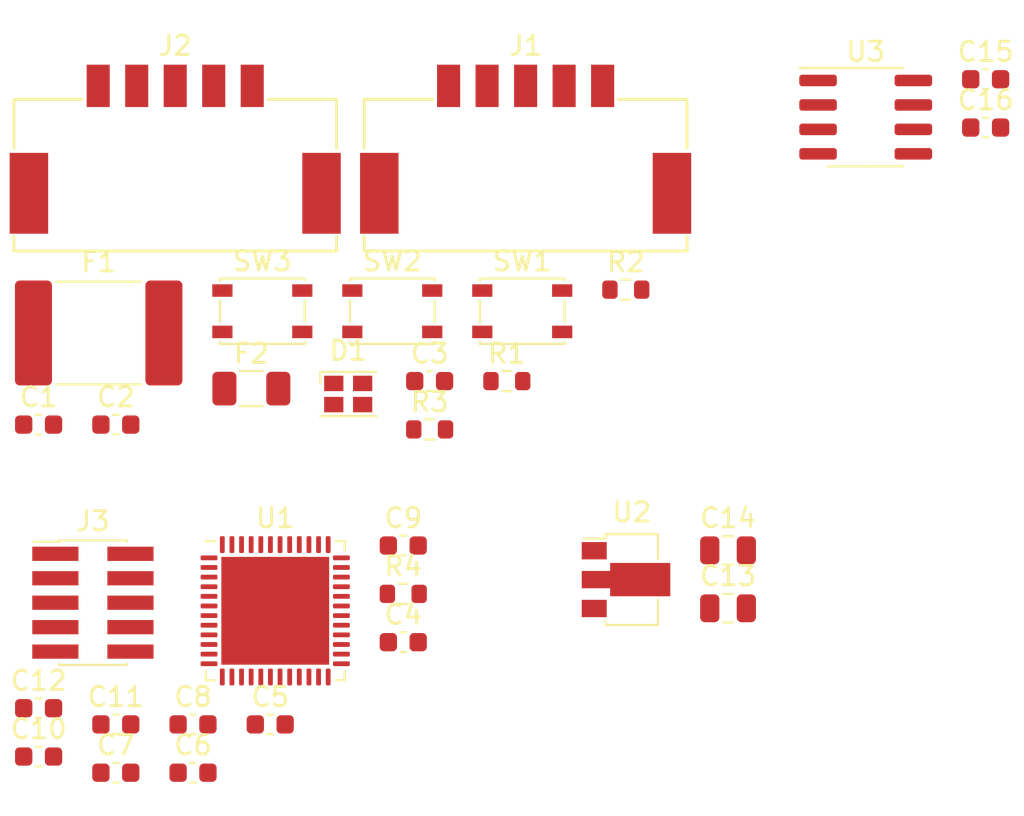
<source format=kicad_pcb>
(kicad_pcb (version 20171130) (host pcbnew "(5.1.7-0-10_14)")

  (general
    (thickness 1.6)
    (drawings 0)
    (tracks 0)
    (zones 0)
    (modules 32)
    (nets 52)
  )

  (page A4)
  (layers
    (0 F.Cu signal)
    (31 B.Cu signal)
    (32 B.Adhes user)
    (33 F.Adhes user)
    (34 B.Paste user)
    (35 F.Paste user)
    (36 B.SilkS user)
    (37 F.SilkS user)
    (38 B.Mask user)
    (39 F.Mask user)
    (40 Dwgs.User user)
    (41 Cmts.User user)
    (42 Eco1.User user)
    (43 Eco2.User user)
    (44 Edge.Cuts user)
    (45 Margin user)
    (46 B.CrtYd user)
    (47 F.CrtYd user)
    (48 B.Fab user)
    (49 F.Fab user)
  )

  (setup
    (last_trace_width 0.1524)
    (trace_clearance 0.1524)
    (zone_clearance 0.508)
    (zone_45_only no)
    (trace_min 0.1524)
    (via_size 0.5588)
    (via_drill 0.254)
    (via_min_size 0.5588)
    (via_min_drill 0.254)
    (uvia_size 0.3)
    (uvia_drill 0.1)
    (uvias_allowed no)
    (uvia_min_size 0.2)
    (uvia_min_drill 0.1)
    (edge_width 0.1)
    (segment_width 0.2)
    (pcb_text_width 0.3)
    (pcb_text_size 1.5 1.5)
    (mod_edge_width 0.15)
    (mod_text_size 1 1)
    (mod_text_width 0.15)
    (pad_size 1.524 1.524)
    (pad_drill 0.762)
    (pad_to_mask_clearance 0)
    (aux_axis_origin 0 0)
    (visible_elements FFFFFF7F)
    (pcbplotparams
      (layerselection 0x010fc_ffffffff)
      (usegerberextensions false)
      (usegerberattributes true)
      (usegerberadvancedattributes true)
      (creategerberjobfile true)
      (excludeedgelayer true)
      (linewidth 0.100000)
      (plotframeref false)
      (viasonmask false)
      (mode 1)
      (useauxorigin false)
      (hpglpennumber 1)
      (hpglpenspeed 20)
      (hpglpendiameter 15.000000)
      (psnegative false)
      (psa4output false)
      (plotreference true)
      (plotvalue true)
      (plotinvisibletext false)
      (padsonsilk false)
      (subtractmaskfromsilk false)
      (outputformat 1)
      (mirror false)
      (drillshape 1)
      (scaleselection 1)
      (outputdirectory ""))
  )

  (net 0 "")
  (net 1 GND)
  (net 2 /DBG2)
  (net 3 /DBG1)
  (net 4 /RST)
  (net 5 +3V3)
  (net 6 +5V)
  (net 7 "Net-(D1-Pad4)")
  (net 8 "Net-(D1-Pad3)")
  (net 9 "Net-(D1-Pad2)")
  (net 10 "Net-(F1-Pad2)")
  (net 11 +12V)
  (net 12 "Net-(F2-Pad2)")
  (net 13 /CAN/CANH)
  (net 14 /CAN/CANL)
  (net 15 "/NOGGIN/PA9(UART_TX)")
  (net 16 "/NOGGIN/PA10(UART_RX)")
  (net 17 "Net-(J3-Pad6)")
  (net 18 /NOGGIN/SWCLK)
  (net 19 /NOGGIN/SWDIO)
  (net 20 /LED_B)
  (net 21 /LED_G)
  (net 22 /LED_R)
  (net 23 "Net-(R4-Pad1)")
  (net 24 /NOGGIN/PB9)
  (net 25 /NOGGIN/PB8)
  (net 26 "/NOGGIN/PB7(SDA)")
  (net 27 "/NOGGIN/PB6(SCL)")
  (net 28 /NOGGIN/PB5)
  (net 29 /NOGGIN/PB4)
  (net 30 /NOGGIN/PB3)
  (net 31 /NOGGIN/PA15)
  (net 32 /CAN_TX)
  (net 33 /CAN_RX)
  (net 34 /NOGGIN/PA8)
  (net 35 /NOGGIN/PB15)
  (net 36 /NOGGIN/PB14)
  (net 37 /NOGGIN/PB13)
  (net 38 /NOGGIN/PB12)
  (net 39 /NOGGIN/PB11)
  (net 40 /NOGGIN/PB10)
  (net 41 /NOGGIN/PB2)
  (net 42 /NOGGIN/PB1)
  (net 43 /NOGGIN/PB0)
  (net 44 /NOGGIN/PA7)
  (net 45 /NOGGIN/PA6)
  (net 46 "/NOGGIN/PA5(DAC2)")
  (net 47 "/NOGGIN/PA4(DAC1)")
  (net 48 /NOGGIN/PA3)
  (net 49 /NOGGIN/PA2)
  (net 50 /NOGGIN/PA1)
  (net 51 /NOGGIN/PA0)

  (net_class Default "This is the default net class."
    (clearance 0.1524)
    (trace_width 0.1524)
    (via_dia 0.5588)
    (via_drill 0.254)
    (uvia_dia 0.3)
    (uvia_drill 0.1)
    (add_net +12V)
    (add_net +3V3)
    (add_net +5V)
    (add_net /CAN/CANH)
    (add_net /CAN/CANL)
    (add_net /CAN_RX)
    (add_net /CAN_TX)
    (add_net /DBG1)
    (add_net /DBG2)
    (add_net /LED_B)
    (add_net /LED_G)
    (add_net /LED_R)
    (add_net /NOGGIN/PA0)
    (add_net /NOGGIN/PA1)
    (add_net "/NOGGIN/PA10(UART_RX)")
    (add_net /NOGGIN/PA15)
    (add_net /NOGGIN/PA2)
    (add_net /NOGGIN/PA3)
    (add_net "/NOGGIN/PA4(DAC1)")
    (add_net "/NOGGIN/PA5(DAC2)")
    (add_net /NOGGIN/PA6)
    (add_net /NOGGIN/PA7)
    (add_net /NOGGIN/PA8)
    (add_net "/NOGGIN/PA9(UART_TX)")
    (add_net /NOGGIN/PB0)
    (add_net /NOGGIN/PB1)
    (add_net /NOGGIN/PB10)
    (add_net /NOGGIN/PB11)
    (add_net /NOGGIN/PB12)
    (add_net /NOGGIN/PB13)
    (add_net /NOGGIN/PB14)
    (add_net /NOGGIN/PB15)
    (add_net /NOGGIN/PB2)
    (add_net /NOGGIN/PB3)
    (add_net /NOGGIN/PB4)
    (add_net /NOGGIN/PB5)
    (add_net "/NOGGIN/PB6(SCL)")
    (add_net "/NOGGIN/PB7(SDA)")
    (add_net /NOGGIN/PB8)
    (add_net /NOGGIN/PB9)
    (add_net /NOGGIN/SWCLK)
    (add_net /NOGGIN/SWDIO)
    (add_net /RST)
    (add_net GND)
    (add_net "Net-(D1-Pad2)")
    (add_net "Net-(D1-Pad3)")
    (add_net "Net-(D1-Pad4)")
    (add_net "Net-(F1-Pad2)")
    (add_net "Net-(F2-Pad2)")
    (add_net "Net-(J3-Pad6)")
    (add_net "Net-(R4-Pad1)")
  )

  (module Package_SO:SOIC-8_3.9x4.9mm_P1.27mm (layer F.Cu) (tedit 5D9F72B1) (tstamp 5F9ED4B2)
    (at 166.96 85.28)
    (descr "SOIC, 8 Pin (JEDEC MS-012AA, https://www.analog.com/media/en/package-pcb-resources/package/pkg_pdf/soic_narrow-r/r_8.pdf), generated with kicad-footprint-generator ipc_gullwing_generator.py")
    (tags "SOIC SO")
    (path /5FA798F2/5FA700F5)
    (attr smd)
    (fp_text reference U3 (at 0 -3.4) (layer F.SilkS)
      (effects (font (size 1 1) (thickness 0.15)))
    )
    (fp_text value ATA6561 (at 0 3.4) (layer F.Fab)
      (effects (font (size 1 1) (thickness 0.15)))
    )
    (fp_text user %R (at 0 0) (layer F.Fab)
      (effects (font (size 0.98 0.98) (thickness 0.15)))
    )
    (fp_line (start 0 2.56) (end 1.95 2.56) (layer F.SilkS) (width 0.12))
    (fp_line (start 0 2.56) (end -1.95 2.56) (layer F.SilkS) (width 0.12))
    (fp_line (start 0 -2.56) (end 1.95 -2.56) (layer F.SilkS) (width 0.12))
    (fp_line (start 0 -2.56) (end -3.45 -2.56) (layer F.SilkS) (width 0.12))
    (fp_line (start -0.975 -2.45) (end 1.95 -2.45) (layer F.Fab) (width 0.1))
    (fp_line (start 1.95 -2.45) (end 1.95 2.45) (layer F.Fab) (width 0.1))
    (fp_line (start 1.95 2.45) (end -1.95 2.45) (layer F.Fab) (width 0.1))
    (fp_line (start -1.95 2.45) (end -1.95 -1.475) (layer F.Fab) (width 0.1))
    (fp_line (start -1.95 -1.475) (end -0.975 -2.45) (layer F.Fab) (width 0.1))
    (fp_line (start -3.7 -2.7) (end -3.7 2.7) (layer F.CrtYd) (width 0.05))
    (fp_line (start -3.7 2.7) (end 3.7 2.7) (layer F.CrtYd) (width 0.05))
    (fp_line (start 3.7 2.7) (end 3.7 -2.7) (layer F.CrtYd) (width 0.05))
    (fp_line (start 3.7 -2.7) (end -3.7 -2.7) (layer F.CrtYd) (width 0.05))
    (pad 8 smd roundrect (at 2.475 -1.905) (size 1.95 0.6) (layers F.Cu F.Paste F.Mask) (roundrect_rratio 0.25)
      (net 1 GND))
    (pad 7 smd roundrect (at 2.475 -0.635) (size 1.95 0.6) (layers F.Cu F.Paste F.Mask) (roundrect_rratio 0.25)
      (net 13 /CAN/CANH))
    (pad 6 smd roundrect (at 2.475 0.635) (size 1.95 0.6) (layers F.Cu F.Paste F.Mask) (roundrect_rratio 0.25)
      (net 14 /CAN/CANL))
    (pad 5 smd roundrect (at 2.475 1.905) (size 1.95 0.6) (layers F.Cu F.Paste F.Mask) (roundrect_rratio 0.25)
      (net 5 +3V3))
    (pad 4 smd roundrect (at -2.475 1.905) (size 1.95 0.6) (layers F.Cu F.Paste F.Mask) (roundrect_rratio 0.25)
      (net 33 /CAN_RX))
    (pad 3 smd roundrect (at -2.475 0.635) (size 1.95 0.6) (layers F.Cu F.Paste F.Mask) (roundrect_rratio 0.25)
      (net 6 +5V))
    (pad 2 smd roundrect (at -2.475 -0.635) (size 1.95 0.6) (layers F.Cu F.Paste F.Mask) (roundrect_rratio 0.25)
      (net 1 GND))
    (pad 1 smd roundrect (at -2.475 -1.905) (size 1.95 0.6) (layers F.Cu F.Paste F.Mask) (roundrect_rratio 0.25)
      (net 32 /CAN_TX))
    (model ${KISYS3DMOD}/Package_SO.3dshapes/SOIC-8_3.9x4.9mm_P1.27mm.wrl
      (at (xyz 0 0 0))
      (scale (xyz 1 1 1))
      (rotate (xyz 0 0 0))
    )
  )

  (module Package_TO_SOT_SMD:SOT-89-3 (layer F.Cu) (tedit 5C33D6E8) (tstamp 5F9ED498)
    (at 154.51 109.3)
    (descr "SOT-89-3, http://ww1.microchip.com/downloads/en/DeviceDoc/3L_SOT-89_MB_C04-029C.pdf")
    (tags SOT-89-3)
    (path /5FA67030/5E64574D)
    (attr smd)
    (fp_text reference U2 (at 0.3 -3.5) (layer F.SilkS)
      (effects (font (size 1 1) (thickness 0.15)))
    )
    (fp_text value AZ1117-3.3 (at 0.3 3.5) (layer F.Fab)
      (effects (font (size 1 1) (thickness 0.15)))
    )
    (fp_text user %R (at 0.5 0 90) (layer F.Fab)
      (effects (font (size 1 1) (thickness 0.15)))
    )
    (fp_line (start 1.66 1.05) (end 1.66 2.36) (layer F.SilkS) (width 0.12))
    (fp_line (start 1.66 2.36) (end -1.06 2.36) (layer F.SilkS) (width 0.12))
    (fp_line (start -2.2 -2.13) (end -1.06 -2.13) (layer F.SilkS) (width 0.12))
    (fp_line (start 1.66 -2.36) (end 1.66 -1.05) (layer F.SilkS) (width 0.12))
    (fp_line (start -0.95 -1.25) (end 0.05 -2.25) (layer F.Fab) (width 0.1))
    (fp_line (start 1.55 -2.25) (end 1.55 2.25) (layer F.Fab) (width 0.1))
    (fp_line (start 1.55 2.25) (end -0.95 2.25) (layer F.Fab) (width 0.1))
    (fp_line (start -0.95 2.25) (end -0.95 -1.25) (layer F.Fab) (width 0.1))
    (fp_line (start 0.05 -2.25) (end 1.55 -2.25) (layer F.Fab) (width 0.1))
    (fp_line (start 2.55 -2.5) (end 2.55 2.5) (layer F.CrtYd) (width 0.05))
    (fp_line (start 2.55 -2.5) (end -2.55 -2.5) (layer F.CrtYd) (width 0.05))
    (fp_line (start -2.55 2.5) (end 2.55 2.5) (layer F.CrtYd) (width 0.05))
    (fp_line (start -2.55 2.5) (end -2.55 -2.5) (layer F.CrtYd) (width 0.05))
    (fp_line (start -1.06 -2.36) (end 1.66 -2.36) (layer F.SilkS) (width 0.12))
    (fp_line (start -1.06 -2.36) (end -1.06 -2.13) (layer F.SilkS) (width 0.12))
    (fp_line (start -1.06 2.36) (end -1.06 2.13) (layer F.SilkS) (width 0.12))
    (pad 2 smd custom (at -1.5625 0) (size 1.475 0.9) (layers F.Cu F.Paste F.Mask)
      (net 5 +3V3) (zone_connect 2)
      (options (clearance outline) (anchor rect))
      (primitives
        (gr_poly (pts
           (xy 0.7375 -0.8665) (xy 3.8625 -0.8665) (xy 3.8625 0.8665) (xy 0.7375 0.8665)) (width 0))
      ))
    (pad 3 smd rect (at -1.65 1.5) (size 1.3 0.9) (layers F.Cu F.Paste F.Mask)
      (net 6 +5V))
    (pad 1 smd rect (at -1.65 -1.5) (size 1.3 0.9) (layers F.Cu F.Paste F.Mask)
      (net 1 GND))
    (model ${KISYS3DMOD}/Package_TO_SOT_SMD.3dshapes/SOT-89-3.wrl
      (at (xyz 0 0 0))
      (scale (xyz 1 1 1))
      (rotate (xyz 0 0 0))
    )
  )

  (module Package_DFN_QFN:QFN-48-1EP_7x7mm_P0.5mm_EP5.6x5.6mm (layer F.Cu) (tedit 5DC5F6A5) (tstamp 5F9ED480)
    (at 136.29 110.92)
    (descr "QFN, 48 Pin (http://www.st.com/resource/en/datasheet/stm32f042k6.pdf#page=94), generated with kicad-footprint-generator ipc_noLead_generator.py")
    (tags "QFN NoLead")
    (path /5FA49801/5F9F368E)
    (attr smd)
    (fp_text reference U1 (at 0 -4.82) (layer F.SilkS)
      (effects (font (size 1 1) (thickness 0.15)))
    )
    (fp_text value STM32F072CBUx (at 0 4.82) (layer F.Fab)
      (effects (font (size 1 1) (thickness 0.15)))
    )
    (fp_text user %R (at 0 0) (layer F.Fab)
      (effects (font (size 1 1) (thickness 0.15)))
    )
    (fp_line (start 3.135 -3.61) (end 3.61 -3.61) (layer F.SilkS) (width 0.12))
    (fp_line (start 3.61 -3.61) (end 3.61 -3.135) (layer F.SilkS) (width 0.12))
    (fp_line (start -3.135 3.61) (end -3.61 3.61) (layer F.SilkS) (width 0.12))
    (fp_line (start -3.61 3.61) (end -3.61 3.135) (layer F.SilkS) (width 0.12))
    (fp_line (start 3.135 3.61) (end 3.61 3.61) (layer F.SilkS) (width 0.12))
    (fp_line (start 3.61 3.61) (end 3.61 3.135) (layer F.SilkS) (width 0.12))
    (fp_line (start -3.135 -3.61) (end -3.61 -3.61) (layer F.SilkS) (width 0.12))
    (fp_line (start -2.5 -3.5) (end 3.5 -3.5) (layer F.Fab) (width 0.1))
    (fp_line (start 3.5 -3.5) (end 3.5 3.5) (layer F.Fab) (width 0.1))
    (fp_line (start 3.5 3.5) (end -3.5 3.5) (layer F.Fab) (width 0.1))
    (fp_line (start -3.5 3.5) (end -3.5 -2.5) (layer F.Fab) (width 0.1))
    (fp_line (start -3.5 -2.5) (end -2.5 -3.5) (layer F.Fab) (width 0.1))
    (fp_line (start -4.12 -4.12) (end -4.12 4.12) (layer F.CrtYd) (width 0.05))
    (fp_line (start -4.12 4.12) (end 4.12 4.12) (layer F.CrtYd) (width 0.05))
    (fp_line (start 4.12 4.12) (end 4.12 -4.12) (layer F.CrtYd) (width 0.05))
    (fp_line (start 4.12 -4.12) (end -4.12 -4.12) (layer F.CrtYd) (width 0.05))
    (pad "" smd roundrect (at 2.1 2.1) (size 1.13 1.13) (layers F.Paste) (roundrect_rratio 0.221239))
    (pad "" smd roundrect (at 2.1 0.7) (size 1.13 1.13) (layers F.Paste) (roundrect_rratio 0.221239))
    (pad "" smd roundrect (at 2.1 -0.7) (size 1.13 1.13) (layers F.Paste) (roundrect_rratio 0.221239))
    (pad "" smd roundrect (at 2.1 -2.1) (size 1.13 1.13) (layers F.Paste) (roundrect_rratio 0.221239))
    (pad "" smd roundrect (at 0.7 2.1) (size 1.13 1.13) (layers F.Paste) (roundrect_rratio 0.221239))
    (pad "" smd roundrect (at 0.7 0.7) (size 1.13 1.13) (layers F.Paste) (roundrect_rratio 0.221239))
    (pad "" smd roundrect (at 0.7 -0.7) (size 1.13 1.13) (layers F.Paste) (roundrect_rratio 0.221239))
    (pad "" smd roundrect (at 0.7 -2.1) (size 1.13 1.13) (layers F.Paste) (roundrect_rratio 0.221239))
    (pad "" smd roundrect (at -0.7 2.1) (size 1.13 1.13) (layers F.Paste) (roundrect_rratio 0.221239))
    (pad "" smd roundrect (at -0.7 0.7) (size 1.13 1.13) (layers F.Paste) (roundrect_rratio 0.221239))
    (pad "" smd roundrect (at -0.7 -0.7) (size 1.13 1.13) (layers F.Paste) (roundrect_rratio 0.221239))
    (pad "" smd roundrect (at -0.7 -2.1) (size 1.13 1.13) (layers F.Paste) (roundrect_rratio 0.221239))
    (pad "" smd roundrect (at -2.1 2.1) (size 1.13 1.13) (layers F.Paste) (roundrect_rratio 0.221239))
    (pad "" smd roundrect (at -2.1 0.7) (size 1.13 1.13) (layers F.Paste) (roundrect_rratio 0.221239))
    (pad "" smd roundrect (at -2.1 -0.7) (size 1.13 1.13) (layers F.Paste) (roundrect_rratio 0.221239))
    (pad "" smd roundrect (at -2.1 -2.1) (size 1.13 1.13) (layers F.Paste) (roundrect_rratio 0.221239))
    (pad 49 smd rect (at 0 0) (size 5.6 5.6) (layers F.Cu F.Mask)
      (net 1 GND))
    (pad 48 smd roundrect (at -2.75 -3.4375) (size 0.25 0.875) (layers F.Cu F.Paste F.Mask) (roundrect_rratio 0.25)
      (net 5 +3V3))
    (pad 47 smd roundrect (at -2.25 -3.4375) (size 0.25 0.875) (layers F.Cu F.Paste F.Mask) (roundrect_rratio 0.25)
      (net 1 GND))
    (pad 46 smd roundrect (at -1.75 -3.4375) (size 0.25 0.875) (layers F.Cu F.Paste F.Mask) (roundrect_rratio 0.25)
      (net 24 /NOGGIN/PB9))
    (pad 45 smd roundrect (at -1.25 -3.4375) (size 0.25 0.875) (layers F.Cu F.Paste F.Mask) (roundrect_rratio 0.25)
      (net 25 /NOGGIN/PB8))
    (pad 44 smd roundrect (at -0.75 -3.4375) (size 0.25 0.875) (layers F.Cu F.Paste F.Mask) (roundrect_rratio 0.25)
      (net 23 "Net-(R4-Pad1)"))
    (pad 43 smd roundrect (at -0.25 -3.4375) (size 0.25 0.875) (layers F.Cu F.Paste F.Mask) (roundrect_rratio 0.25)
      (net 26 "/NOGGIN/PB7(SDA)"))
    (pad 42 smd roundrect (at 0.25 -3.4375) (size 0.25 0.875) (layers F.Cu F.Paste F.Mask) (roundrect_rratio 0.25)
      (net 27 "/NOGGIN/PB6(SCL)"))
    (pad 41 smd roundrect (at 0.75 -3.4375) (size 0.25 0.875) (layers F.Cu F.Paste F.Mask) (roundrect_rratio 0.25)
      (net 28 /NOGGIN/PB5))
    (pad 40 smd roundrect (at 1.25 -3.4375) (size 0.25 0.875) (layers F.Cu F.Paste F.Mask) (roundrect_rratio 0.25)
      (net 29 /NOGGIN/PB4))
    (pad 39 smd roundrect (at 1.75 -3.4375) (size 0.25 0.875) (layers F.Cu F.Paste F.Mask) (roundrect_rratio 0.25)
      (net 30 /NOGGIN/PB3))
    (pad 38 smd roundrect (at 2.25 -3.4375) (size 0.25 0.875) (layers F.Cu F.Paste F.Mask) (roundrect_rratio 0.25)
      (net 31 /NOGGIN/PA15))
    (pad 37 smd roundrect (at 2.75 -3.4375) (size 0.25 0.875) (layers F.Cu F.Paste F.Mask) (roundrect_rratio 0.25)
      (net 18 /NOGGIN/SWCLK))
    (pad 36 smd roundrect (at 3.4375 -2.75) (size 0.875 0.25) (layers F.Cu F.Paste F.Mask) (roundrect_rratio 0.25)
      (net 5 +3V3))
    (pad 35 smd roundrect (at 3.4375 -2.25) (size 0.875 0.25) (layers F.Cu F.Paste F.Mask) (roundrect_rratio 0.25)
      (net 1 GND))
    (pad 34 smd roundrect (at 3.4375 -1.75) (size 0.875 0.25) (layers F.Cu F.Paste F.Mask) (roundrect_rratio 0.25)
      (net 19 /NOGGIN/SWDIO))
    (pad 33 smd roundrect (at 3.4375 -1.25) (size 0.875 0.25) (layers F.Cu F.Paste F.Mask) (roundrect_rratio 0.25)
      (net 32 /CAN_TX))
    (pad 32 smd roundrect (at 3.4375 -0.75) (size 0.875 0.25) (layers F.Cu F.Paste F.Mask) (roundrect_rratio 0.25)
      (net 33 /CAN_RX))
    (pad 31 smd roundrect (at 3.4375 -0.25) (size 0.875 0.25) (layers F.Cu F.Paste F.Mask) (roundrect_rratio 0.25)
      (net 16 "/NOGGIN/PA10(UART_RX)"))
    (pad 30 smd roundrect (at 3.4375 0.25) (size 0.875 0.25) (layers F.Cu F.Paste F.Mask) (roundrect_rratio 0.25)
      (net 15 "/NOGGIN/PA9(UART_TX)"))
    (pad 29 smd roundrect (at 3.4375 0.75) (size 0.875 0.25) (layers F.Cu F.Paste F.Mask) (roundrect_rratio 0.25)
      (net 34 /NOGGIN/PA8))
    (pad 28 smd roundrect (at 3.4375 1.25) (size 0.875 0.25) (layers F.Cu F.Paste F.Mask) (roundrect_rratio 0.25)
      (net 35 /NOGGIN/PB15))
    (pad 27 smd roundrect (at 3.4375 1.75) (size 0.875 0.25) (layers F.Cu F.Paste F.Mask) (roundrect_rratio 0.25)
      (net 36 /NOGGIN/PB14))
    (pad 26 smd roundrect (at 3.4375 2.25) (size 0.875 0.25) (layers F.Cu F.Paste F.Mask) (roundrect_rratio 0.25)
      (net 37 /NOGGIN/PB13))
    (pad 25 smd roundrect (at 3.4375 2.75) (size 0.875 0.25) (layers F.Cu F.Paste F.Mask) (roundrect_rratio 0.25)
      (net 38 /NOGGIN/PB12))
    (pad 24 smd roundrect (at 2.75 3.4375) (size 0.25 0.875) (layers F.Cu F.Paste F.Mask) (roundrect_rratio 0.25)
      (net 5 +3V3))
    (pad 23 smd roundrect (at 2.25 3.4375) (size 0.25 0.875) (layers F.Cu F.Paste F.Mask) (roundrect_rratio 0.25)
      (net 1 GND))
    (pad 22 smd roundrect (at 1.75 3.4375) (size 0.25 0.875) (layers F.Cu F.Paste F.Mask) (roundrect_rratio 0.25)
      (net 39 /NOGGIN/PB11))
    (pad 21 smd roundrect (at 1.25 3.4375) (size 0.25 0.875) (layers F.Cu F.Paste F.Mask) (roundrect_rratio 0.25)
      (net 40 /NOGGIN/PB10))
    (pad 20 smd roundrect (at 0.75 3.4375) (size 0.25 0.875) (layers F.Cu F.Paste F.Mask) (roundrect_rratio 0.25)
      (net 41 /NOGGIN/PB2))
    (pad 19 smd roundrect (at 0.25 3.4375) (size 0.25 0.875) (layers F.Cu F.Paste F.Mask) (roundrect_rratio 0.25)
      (net 42 /NOGGIN/PB1))
    (pad 18 smd roundrect (at -0.25 3.4375) (size 0.25 0.875) (layers F.Cu F.Paste F.Mask) (roundrect_rratio 0.25)
      (net 43 /NOGGIN/PB0))
    (pad 17 smd roundrect (at -0.75 3.4375) (size 0.25 0.875) (layers F.Cu F.Paste F.Mask) (roundrect_rratio 0.25)
      (net 44 /NOGGIN/PA7))
    (pad 16 smd roundrect (at -1.25 3.4375) (size 0.25 0.875) (layers F.Cu F.Paste F.Mask) (roundrect_rratio 0.25)
      (net 45 /NOGGIN/PA6))
    (pad 15 smd roundrect (at -1.75 3.4375) (size 0.25 0.875) (layers F.Cu F.Paste F.Mask) (roundrect_rratio 0.25)
      (net 46 "/NOGGIN/PA5(DAC2)"))
    (pad 14 smd roundrect (at -2.25 3.4375) (size 0.25 0.875) (layers F.Cu F.Paste F.Mask) (roundrect_rratio 0.25)
      (net 47 "/NOGGIN/PA4(DAC1)"))
    (pad 13 smd roundrect (at -2.75 3.4375) (size 0.25 0.875) (layers F.Cu F.Paste F.Mask) (roundrect_rratio 0.25)
      (net 48 /NOGGIN/PA3))
    (pad 12 smd roundrect (at -3.4375 2.75) (size 0.875 0.25) (layers F.Cu F.Paste F.Mask) (roundrect_rratio 0.25)
      (net 49 /NOGGIN/PA2))
    (pad 11 smd roundrect (at -3.4375 2.25) (size 0.875 0.25) (layers F.Cu F.Paste F.Mask) (roundrect_rratio 0.25)
      (net 50 /NOGGIN/PA1))
    (pad 10 smd roundrect (at -3.4375 1.75) (size 0.875 0.25) (layers F.Cu F.Paste F.Mask) (roundrect_rratio 0.25)
      (net 51 /NOGGIN/PA0))
    (pad 9 smd roundrect (at -3.4375 1.25) (size 0.875 0.25) (layers F.Cu F.Paste F.Mask) (roundrect_rratio 0.25)
      (net 5 +3V3))
    (pad 8 smd roundrect (at -3.4375 0.75) (size 0.875 0.25) (layers F.Cu F.Paste F.Mask) (roundrect_rratio 0.25)
      (net 1 GND))
    (pad 7 smd roundrect (at -3.4375 0.25) (size 0.875 0.25) (layers F.Cu F.Paste F.Mask) (roundrect_rratio 0.25)
      (net 4 /RST))
    (pad 6 smd roundrect (at -3.4375 -0.25) (size 0.875 0.25) (layers F.Cu F.Paste F.Mask) (roundrect_rratio 0.25)
      (net 2 /DBG2))
    (pad 5 smd roundrect (at -3.4375 -0.75) (size 0.875 0.25) (layers F.Cu F.Paste F.Mask) (roundrect_rratio 0.25)
      (net 3 /DBG1))
    (pad 4 smd roundrect (at -3.4375 -1.25) (size 0.875 0.25) (layers F.Cu F.Paste F.Mask) (roundrect_rratio 0.25)
      (net 20 /LED_B))
    (pad 3 smd roundrect (at -3.4375 -1.75) (size 0.875 0.25) (layers F.Cu F.Paste F.Mask) (roundrect_rratio 0.25)
      (net 21 /LED_G))
    (pad 2 smd roundrect (at -3.4375 -2.25) (size 0.875 0.25) (layers F.Cu F.Paste F.Mask) (roundrect_rratio 0.25)
      (net 22 /LED_R))
    (pad 1 smd roundrect (at -3.4375 -2.75) (size 0.875 0.25) (layers F.Cu F.Paste F.Mask) (roundrect_rratio 0.25)
      (net 5 +3V3))
    (model ${KISYS3DMOD}/Package_DFN_QFN.3dshapes/QFN-48-1EP_7x7mm_P0.5mm_EP5.6x5.6mm.wrl
      (at (xyz 0 0 0))
      (scale (xyz 1 1 1))
      (rotate (xyz 0 0 0))
    )
  )

  (module Button_Switch_SMD:SW_SPST_PTS810 (layer F.Cu) (tedit 5B0610A8) (tstamp 5F9ED42A)
    (at 135.62 95.36)
    (descr "C&K Components, PTS 810 Series, Microminiature SMT Top Actuated, http://www.ckswitches.com/media/1476/pts810.pdf")
    (tags "SPST Button Switch")
    (path /5FA53F43)
    (attr smd)
    (fp_text reference SW3 (at 0 -2.6) (layer F.SilkS)
      (effects (font (size 1 1) (thickness 0.15)))
    )
    (fp_text value RST (at 0 2.6) (layer F.Fab)
      (effects (font (size 1 1) (thickness 0.15)))
    )
    (fp_arc (start 0.4 0) (end 0.4 -1.1) (angle 180) (layer F.Fab) (width 0.1))
    (fp_arc (start -0.4 0) (end -0.4 1.1) (angle 180) (layer F.Fab) (width 0.1))
    (fp_text user %R (at 0 0) (layer F.Fab)
      (effects (font (size 0.6 0.6) (thickness 0.09)))
    )
    (fp_line (start -2.85 -1.85) (end 2.85 -1.85) (layer F.CrtYd) (width 0.05))
    (fp_line (start -2.85 1.85) (end -2.85 -1.85) (layer F.CrtYd) (width 0.05))
    (fp_line (start 2.85 1.85) (end -2.85 1.85) (layer F.CrtYd) (width 0.05))
    (fp_line (start 2.85 -1.85) (end 2.85 1.85) (layer F.CrtYd) (width 0.05))
    (fp_line (start 2.2 -1.58) (end 2.2 -1.7) (layer F.SilkS) (width 0.12))
    (fp_line (start 2.2 0.57) (end 2.2 -0.57) (layer F.SilkS) (width 0.12))
    (fp_line (start 2.2 1.7) (end 2.2 1.58) (layer F.SilkS) (width 0.12))
    (fp_line (start -2.2 1.7) (end 2.2 1.7) (layer F.SilkS) (width 0.12))
    (fp_line (start -2.2 1.58) (end -2.2 1.7) (layer F.SilkS) (width 0.12))
    (fp_line (start -2.2 -0.57) (end -2.2 0.57) (layer F.SilkS) (width 0.12))
    (fp_line (start -2.2 -1.7) (end -2.2 -1.58) (layer F.SilkS) (width 0.12))
    (fp_line (start 2.2 -1.7) (end -2.2 -1.7) (layer F.SilkS) (width 0.12))
    (fp_line (start 0.4 1.1) (end -0.4 1.1) (layer F.Fab) (width 0.1))
    (fp_line (start -0.4 -1.1) (end 0.4 -1.1) (layer F.Fab) (width 0.1))
    (fp_line (start -2.1 1.6) (end 2.1 1.6) (layer F.Fab) (width 0.1))
    (fp_line (start -2.1 -1.6) (end -2.1 1.6) (layer F.Fab) (width 0.1))
    (fp_line (start 2.1 -1.6) (end -2.1 -1.6) (layer F.Fab) (width 0.1))
    (fp_line (start 2.1 1.6) (end 2.1 -1.6) (layer F.Fab) (width 0.1))
    (pad 2 smd rect (at 2.075 1.075) (size 1.05 0.65) (layers F.Cu F.Paste F.Mask)
      (net 1 GND))
    (pad 2 smd rect (at -2.075 1.075) (size 1.05 0.65) (layers F.Cu F.Paste F.Mask)
      (net 1 GND))
    (pad 1 smd rect (at 2.075 -1.075) (size 1.05 0.65) (layers F.Cu F.Paste F.Mask)
      (net 4 /RST))
    (pad 1 smd rect (at -2.075 -1.075) (size 1.05 0.65) (layers F.Cu F.Paste F.Mask)
      (net 4 /RST))
    (model ${KISYS3DMOD}/Button_Switch_SMD.3dshapes/SW_SPST_PTS810.wrl
      (at (xyz 0 0 0))
      (scale (xyz 1 1 1))
      (rotate (xyz 0 0 0))
    )
  )

  (module Button_Switch_SMD:SW_SPST_PTS810 (layer F.Cu) (tedit 5B0610A8) (tstamp 5F9ED40D)
    (at 142.37 95.36)
    (descr "C&K Components, PTS 810 Series, Microminiature SMT Top Actuated, http://www.ckswitches.com/media/1476/pts810.pdf")
    (tags "SPST Button Switch")
    (path /5E664DDC)
    (attr smd)
    (fp_text reference SW2 (at 0 -2.6) (layer F.SilkS)
      (effects (font (size 1 1) (thickness 0.15)))
    )
    (fp_text value DBG1 (at 0 2.6) (layer F.Fab)
      (effects (font (size 1 1) (thickness 0.15)))
    )
    (fp_arc (start 0.4 0) (end 0.4 -1.1) (angle 180) (layer F.Fab) (width 0.1))
    (fp_arc (start -0.4 0) (end -0.4 1.1) (angle 180) (layer F.Fab) (width 0.1))
    (fp_text user %R (at 0 0) (layer F.Fab)
      (effects (font (size 0.6 0.6) (thickness 0.09)))
    )
    (fp_line (start -2.85 -1.85) (end 2.85 -1.85) (layer F.CrtYd) (width 0.05))
    (fp_line (start -2.85 1.85) (end -2.85 -1.85) (layer F.CrtYd) (width 0.05))
    (fp_line (start 2.85 1.85) (end -2.85 1.85) (layer F.CrtYd) (width 0.05))
    (fp_line (start 2.85 -1.85) (end 2.85 1.85) (layer F.CrtYd) (width 0.05))
    (fp_line (start 2.2 -1.58) (end 2.2 -1.7) (layer F.SilkS) (width 0.12))
    (fp_line (start 2.2 0.57) (end 2.2 -0.57) (layer F.SilkS) (width 0.12))
    (fp_line (start 2.2 1.7) (end 2.2 1.58) (layer F.SilkS) (width 0.12))
    (fp_line (start -2.2 1.7) (end 2.2 1.7) (layer F.SilkS) (width 0.12))
    (fp_line (start -2.2 1.58) (end -2.2 1.7) (layer F.SilkS) (width 0.12))
    (fp_line (start -2.2 -0.57) (end -2.2 0.57) (layer F.SilkS) (width 0.12))
    (fp_line (start -2.2 -1.7) (end -2.2 -1.58) (layer F.SilkS) (width 0.12))
    (fp_line (start 2.2 -1.7) (end -2.2 -1.7) (layer F.SilkS) (width 0.12))
    (fp_line (start 0.4 1.1) (end -0.4 1.1) (layer F.Fab) (width 0.1))
    (fp_line (start -0.4 -1.1) (end 0.4 -1.1) (layer F.Fab) (width 0.1))
    (fp_line (start -2.1 1.6) (end 2.1 1.6) (layer F.Fab) (width 0.1))
    (fp_line (start -2.1 -1.6) (end -2.1 1.6) (layer F.Fab) (width 0.1))
    (fp_line (start 2.1 -1.6) (end -2.1 -1.6) (layer F.Fab) (width 0.1))
    (fp_line (start 2.1 1.6) (end 2.1 -1.6) (layer F.Fab) (width 0.1))
    (pad 2 smd rect (at 2.075 1.075) (size 1.05 0.65) (layers F.Cu F.Paste F.Mask)
      (net 1 GND))
    (pad 2 smd rect (at -2.075 1.075) (size 1.05 0.65) (layers F.Cu F.Paste F.Mask)
      (net 1 GND))
    (pad 1 smd rect (at 2.075 -1.075) (size 1.05 0.65) (layers F.Cu F.Paste F.Mask)
      (net 3 /DBG1))
    (pad 1 smd rect (at -2.075 -1.075) (size 1.05 0.65) (layers F.Cu F.Paste F.Mask)
      (net 3 /DBG1))
    (model ${KISYS3DMOD}/Button_Switch_SMD.3dshapes/SW_SPST_PTS810.wrl
      (at (xyz 0 0 0))
      (scale (xyz 1 1 1))
      (rotate (xyz 0 0 0))
    )
  )

  (module Button_Switch_SMD:SW_SPST_PTS810 (layer F.Cu) (tedit 5B0610A8) (tstamp 5F9ED3F0)
    (at 149.12 95.36)
    (descr "C&K Components, PTS 810 Series, Microminiature SMT Top Actuated, http://www.ckswitches.com/media/1476/pts810.pdf")
    (tags "SPST Button Switch")
    (path /5E62FB71)
    (attr smd)
    (fp_text reference SW1 (at 0 -2.6) (layer F.SilkS)
      (effects (font (size 1 1) (thickness 0.15)))
    )
    (fp_text value DBG2 (at 0 2.6) (layer F.Fab)
      (effects (font (size 1 1) (thickness 0.15)))
    )
    (fp_arc (start 0.4 0) (end 0.4 -1.1) (angle 180) (layer F.Fab) (width 0.1))
    (fp_arc (start -0.4 0) (end -0.4 1.1) (angle 180) (layer F.Fab) (width 0.1))
    (fp_text user %R (at 0 0) (layer F.Fab)
      (effects (font (size 0.6 0.6) (thickness 0.09)))
    )
    (fp_line (start -2.85 -1.85) (end 2.85 -1.85) (layer F.CrtYd) (width 0.05))
    (fp_line (start -2.85 1.85) (end -2.85 -1.85) (layer F.CrtYd) (width 0.05))
    (fp_line (start 2.85 1.85) (end -2.85 1.85) (layer F.CrtYd) (width 0.05))
    (fp_line (start 2.85 -1.85) (end 2.85 1.85) (layer F.CrtYd) (width 0.05))
    (fp_line (start 2.2 -1.58) (end 2.2 -1.7) (layer F.SilkS) (width 0.12))
    (fp_line (start 2.2 0.57) (end 2.2 -0.57) (layer F.SilkS) (width 0.12))
    (fp_line (start 2.2 1.7) (end 2.2 1.58) (layer F.SilkS) (width 0.12))
    (fp_line (start -2.2 1.7) (end 2.2 1.7) (layer F.SilkS) (width 0.12))
    (fp_line (start -2.2 1.58) (end -2.2 1.7) (layer F.SilkS) (width 0.12))
    (fp_line (start -2.2 -0.57) (end -2.2 0.57) (layer F.SilkS) (width 0.12))
    (fp_line (start -2.2 -1.7) (end -2.2 -1.58) (layer F.SilkS) (width 0.12))
    (fp_line (start 2.2 -1.7) (end -2.2 -1.7) (layer F.SilkS) (width 0.12))
    (fp_line (start 0.4 1.1) (end -0.4 1.1) (layer F.Fab) (width 0.1))
    (fp_line (start -0.4 -1.1) (end 0.4 -1.1) (layer F.Fab) (width 0.1))
    (fp_line (start -2.1 1.6) (end 2.1 1.6) (layer F.Fab) (width 0.1))
    (fp_line (start -2.1 -1.6) (end -2.1 1.6) (layer F.Fab) (width 0.1))
    (fp_line (start 2.1 -1.6) (end -2.1 -1.6) (layer F.Fab) (width 0.1))
    (fp_line (start 2.1 1.6) (end 2.1 -1.6) (layer F.Fab) (width 0.1))
    (pad 2 smd rect (at 2.075 1.075) (size 1.05 0.65) (layers F.Cu F.Paste F.Mask)
      (net 1 GND))
    (pad 2 smd rect (at -2.075 1.075) (size 1.05 0.65) (layers F.Cu F.Paste F.Mask)
      (net 1 GND))
    (pad 1 smd rect (at 2.075 -1.075) (size 1.05 0.65) (layers F.Cu F.Paste F.Mask)
      (net 2 /DBG2))
    (pad 1 smd rect (at -2.075 -1.075) (size 1.05 0.65) (layers F.Cu F.Paste F.Mask)
      (net 2 /DBG2))
    (model ${KISYS3DMOD}/Button_Switch_SMD.3dshapes/SW_SPST_PTS810.wrl
      (at (xyz 0 0 0))
      (scale (xyz 1 1 1))
      (rotate (xyz 0 0 0))
    )
  )

  (module Resistor_SMD:R_0603_1608Metric (layer F.Cu) (tedit 5F68FEEE) (tstamp 5F9ED3D3)
    (at 142.94 110.04)
    (descr "Resistor SMD 0603 (1608 Metric), square (rectangular) end terminal, IPC_7351 nominal, (Body size source: IPC-SM-782 page 72, https://www.pcb-3d.com/wordpress/wp-content/uploads/ipc-sm-782a_amendment_1_and_2.pdf), generated with kicad-footprint-generator")
    (tags resistor)
    (path /5FA49801/5E632149)
    (attr smd)
    (fp_text reference R4 (at 0 -1.43) (layer F.SilkS)
      (effects (font (size 1 1) (thickness 0.15)))
    )
    (fp_text value 100k (at 0 1.43) (layer F.Fab)
      (effects (font (size 1 1) (thickness 0.15)))
    )
    (fp_text user %R (at 0 0) (layer F.Fab)
      (effects (font (size 0.4 0.4) (thickness 0.06)))
    )
    (fp_line (start -0.8 0.4125) (end -0.8 -0.4125) (layer F.Fab) (width 0.1))
    (fp_line (start -0.8 -0.4125) (end 0.8 -0.4125) (layer F.Fab) (width 0.1))
    (fp_line (start 0.8 -0.4125) (end 0.8 0.4125) (layer F.Fab) (width 0.1))
    (fp_line (start 0.8 0.4125) (end -0.8 0.4125) (layer F.Fab) (width 0.1))
    (fp_line (start -0.237258 -0.5225) (end 0.237258 -0.5225) (layer F.SilkS) (width 0.12))
    (fp_line (start -0.237258 0.5225) (end 0.237258 0.5225) (layer F.SilkS) (width 0.12))
    (fp_line (start -1.48 0.73) (end -1.48 -0.73) (layer F.CrtYd) (width 0.05))
    (fp_line (start -1.48 -0.73) (end 1.48 -0.73) (layer F.CrtYd) (width 0.05))
    (fp_line (start 1.48 -0.73) (end 1.48 0.73) (layer F.CrtYd) (width 0.05))
    (fp_line (start 1.48 0.73) (end -1.48 0.73) (layer F.CrtYd) (width 0.05))
    (pad 2 smd roundrect (at 0.825 0) (size 0.8 0.95) (layers F.Cu F.Paste F.Mask) (roundrect_rratio 0.25)
      (net 1 GND))
    (pad 1 smd roundrect (at -0.825 0) (size 0.8 0.95) (layers F.Cu F.Paste F.Mask) (roundrect_rratio 0.25)
      (net 23 "Net-(R4-Pad1)"))
    (model ${KISYS3DMOD}/Resistor_SMD.3dshapes/R_0603_1608Metric.wrl
      (at (xyz 0 0 0))
      (scale (xyz 1 1 1))
      (rotate (xyz 0 0 0))
    )
  )

  (module Resistor_SMD:R_0603_1608Metric (layer F.Cu) (tedit 5F68FEEE) (tstamp 5F9ED3C2)
    (at 144.31 101.5)
    (descr "Resistor SMD 0603 (1608 Metric), square (rectangular) end terminal, IPC_7351 nominal, (Body size source: IPC-SM-782 page 72, https://www.pcb-3d.com/wordpress/wp-content/uploads/ipc-sm-782a_amendment_1_and_2.pdf), generated with kicad-footprint-generator")
    (tags resistor)
    (path /5E638298)
    (attr smd)
    (fp_text reference R3 (at 0 -1.43) (layer F.SilkS)
      (effects (font (size 1 1) (thickness 0.15)))
    )
    (fp_text value 47 (at 0 1.43) (layer F.Fab)
      (effects (font (size 1 1) (thickness 0.15)))
    )
    (fp_text user %R (at 0 0) (layer F.Fab)
      (effects (font (size 0.4 0.4) (thickness 0.06)))
    )
    (fp_line (start -0.8 0.4125) (end -0.8 -0.4125) (layer F.Fab) (width 0.1))
    (fp_line (start -0.8 -0.4125) (end 0.8 -0.4125) (layer F.Fab) (width 0.1))
    (fp_line (start 0.8 -0.4125) (end 0.8 0.4125) (layer F.Fab) (width 0.1))
    (fp_line (start 0.8 0.4125) (end -0.8 0.4125) (layer F.Fab) (width 0.1))
    (fp_line (start -0.237258 -0.5225) (end 0.237258 -0.5225) (layer F.SilkS) (width 0.12))
    (fp_line (start -0.237258 0.5225) (end 0.237258 0.5225) (layer F.SilkS) (width 0.12))
    (fp_line (start -1.48 0.73) (end -1.48 -0.73) (layer F.CrtYd) (width 0.05))
    (fp_line (start -1.48 -0.73) (end 1.48 -0.73) (layer F.CrtYd) (width 0.05))
    (fp_line (start 1.48 -0.73) (end 1.48 0.73) (layer F.CrtYd) (width 0.05))
    (fp_line (start 1.48 0.73) (end -1.48 0.73) (layer F.CrtYd) (width 0.05))
    (pad 2 smd roundrect (at 0.825 0) (size 0.8 0.95) (layers F.Cu F.Paste F.Mask) (roundrect_rratio 0.25)
      (net 9 "Net-(D1-Pad2)"))
    (pad 1 smd roundrect (at -0.825 0) (size 0.8 0.95) (layers F.Cu F.Paste F.Mask) (roundrect_rratio 0.25)
      (net 22 /LED_R))
    (model ${KISYS3DMOD}/Resistor_SMD.3dshapes/R_0603_1608Metric.wrl
      (at (xyz 0 0 0))
      (scale (xyz 1 1 1))
      (rotate (xyz 0 0 0))
    )
  )

  (module Resistor_SMD:R_0603_1608Metric (layer F.Cu) (tedit 5F68FEEE) (tstamp 5F9ED3B1)
    (at 154.5 94.24)
    (descr "Resistor SMD 0603 (1608 Metric), square (rectangular) end terminal, IPC_7351 nominal, (Body size source: IPC-SM-782 page 72, https://www.pcb-3d.com/wordpress/wp-content/uploads/ipc-sm-782a_amendment_1_and_2.pdf), generated with kicad-footprint-generator")
    (tags resistor)
    (path /5E637FDD)
    (attr smd)
    (fp_text reference R2 (at 0 -1.43) (layer F.SilkS)
      (effects (font (size 1 1) (thickness 0.15)))
    )
    (fp_text value 47 (at 0 1.43) (layer F.Fab)
      (effects (font (size 1 1) (thickness 0.15)))
    )
    (fp_text user %R (at 0 0) (layer F.Fab)
      (effects (font (size 0.4 0.4) (thickness 0.06)))
    )
    (fp_line (start -0.8 0.4125) (end -0.8 -0.4125) (layer F.Fab) (width 0.1))
    (fp_line (start -0.8 -0.4125) (end 0.8 -0.4125) (layer F.Fab) (width 0.1))
    (fp_line (start 0.8 -0.4125) (end 0.8 0.4125) (layer F.Fab) (width 0.1))
    (fp_line (start 0.8 0.4125) (end -0.8 0.4125) (layer F.Fab) (width 0.1))
    (fp_line (start -0.237258 -0.5225) (end 0.237258 -0.5225) (layer F.SilkS) (width 0.12))
    (fp_line (start -0.237258 0.5225) (end 0.237258 0.5225) (layer F.SilkS) (width 0.12))
    (fp_line (start -1.48 0.73) (end -1.48 -0.73) (layer F.CrtYd) (width 0.05))
    (fp_line (start -1.48 -0.73) (end 1.48 -0.73) (layer F.CrtYd) (width 0.05))
    (fp_line (start 1.48 -0.73) (end 1.48 0.73) (layer F.CrtYd) (width 0.05))
    (fp_line (start 1.48 0.73) (end -1.48 0.73) (layer F.CrtYd) (width 0.05))
    (pad 2 smd roundrect (at 0.825 0) (size 0.8 0.95) (layers F.Cu F.Paste F.Mask) (roundrect_rratio 0.25)
      (net 8 "Net-(D1-Pad3)"))
    (pad 1 smd roundrect (at -0.825 0) (size 0.8 0.95) (layers F.Cu F.Paste F.Mask) (roundrect_rratio 0.25)
      (net 21 /LED_G))
    (model ${KISYS3DMOD}/Resistor_SMD.3dshapes/R_0603_1608Metric.wrl
      (at (xyz 0 0 0))
      (scale (xyz 1 1 1))
      (rotate (xyz 0 0 0))
    )
  )

  (module Resistor_SMD:R_0603_1608Metric (layer F.Cu) (tedit 5F68FEEE) (tstamp 5F9ED3A0)
    (at 148.32 98.99)
    (descr "Resistor SMD 0603 (1608 Metric), square (rectangular) end terminal, IPC_7351 nominal, (Body size source: IPC-SM-782 page 72, https://www.pcb-3d.com/wordpress/wp-content/uploads/ipc-sm-782a_amendment_1_and_2.pdf), generated with kicad-footprint-generator")
    (tags resistor)
    (path /5E636DC7)
    (attr smd)
    (fp_text reference R1 (at 0 -1.43) (layer F.SilkS)
      (effects (font (size 1 1) (thickness 0.15)))
    )
    (fp_text value 47 (at 0 1.43) (layer F.Fab)
      (effects (font (size 1 1) (thickness 0.15)))
    )
    (fp_text user %R (at 0 0) (layer F.Fab)
      (effects (font (size 0.4 0.4) (thickness 0.06)))
    )
    (fp_line (start -0.8 0.4125) (end -0.8 -0.4125) (layer F.Fab) (width 0.1))
    (fp_line (start -0.8 -0.4125) (end 0.8 -0.4125) (layer F.Fab) (width 0.1))
    (fp_line (start 0.8 -0.4125) (end 0.8 0.4125) (layer F.Fab) (width 0.1))
    (fp_line (start 0.8 0.4125) (end -0.8 0.4125) (layer F.Fab) (width 0.1))
    (fp_line (start -0.237258 -0.5225) (end 0.237258 -0.5225) (layer F.SilkS) (width 0.12))
    (fp_line (start -0.237258 0.5225) (end 0.237258 0.5225) (layer F.SilkS) (width 0.12))
    (fp_line (start -1.48 0.73) (end -1.48 -0.73) (layer F.CrtYd) (width 0.05))
    (fp_line (start -1.48 -0.73) (end 1.48 -0.73) (layer F.CrtYd) (width 0.05))
    (fp_line (start 1.48 -0.73) (end 1.48 0.73) (layer F.CrtYd) (width 0.05))
    (fp_line (start 1.48 0.73) (end -1.48 0.73) (layer F.CrtYd) (width 0.05))
    (pad 2 smd roundrect (at 0.825 0) (size 0.8 0.95) (layers F.Cu F.Paste F.Mask) (roundrect_rratio 0.25)
      (net 7 "Net-(D1-Pad4)"))
    (pad 1 smd roundrect (at -0.825 0) (size 0.8 0.95) (layers F.Cu F.Paste F.Mask) (roundrect_rratio 0.25)
      (net 20 /LED_B))
    (model ${KISYS3DMOD}/Resistor_SMD.3dshapes/R_0603_1608Metric.wrl
      (at (xyz 0 0 0))
      (scale (xyz 1 1 1))
      (rotate (xyz 0 0 0))
    )
  )

  (module Connector_PinHeader_1.27mm:PinHeader_2x05_P1.27mm_Vertical_SMD (layer F.Cu) (tedit 59FED6E3) (tstamp 5F9ED38F)
    (at 126.82 110.5)
    (descr "surface-mounted straight pin header, 2x05, 1.27mm pitch, double rows")
    (tags "Surface mounted pin header SMD 2x05 1.27mm double row")
    (path /5FA49801/5E8308C2)
    (attr smd)
    (fp_text reference J3 (at 0 -4.235) (layer F.SilkS)
      (effects (font (size 1 1) (thickness 0.15)))
    )
    (fp_text value SWD_UART (at 0 4.235) (layer F.Fab)
      (effects (font (size 1 1) (thickness 0.15)))
    )
    (fp_text user %R (at 0 0 90) (layer F.Fab)
      (effects (font (size 1 1) (thickness 0.15)))
    )
    (fp_line (start 1.705 3.175) (end -1.705 3.175) (layer F.Fab) (width 0.1))
    (fp_line (start -1.27 -3.175) (end 1.705 -3.175) (layer F.Fab) (width 0.1))
    (fp_line (start -1.705 3.175) (end -1.705 -2.74) (layer F.Fab) (width 0.1))
    (fp_line (start -1.705 -2.74) (end -1.27 -3.175) (layer F.Fab) (width 0.1))
    (fp_line (start 1.705 -3.175) (end 1.705 3.175) (layer F.Fab) (width 0.1))
    (fp_line (start -1.705 -2.74) (end -2.75 -2.74) (layer F.Fab) (width 0.1))
    (fp_line (start -2.75 -2.74) (end -2.75 -2.34) (layer F.Fab) (width 0.1))
    (fp_line (start -2.75 -2.34) (end -1.705 -2.34) (layer F.Fab) (width 0.1))
    (fp_line (start 1.705 -2.74) (end 2.75 -2.74) (layer F.Fab) (width 0.1))
    (fp_line (start 2.75 -2.74) (end 2.75 -2.34) (layer F.Fab) (width 0.1))
    (fp_line (start 2.75 -2.34) (end 1.705 -2.34) (layer F.Fab) (width 0.1))
    (fp_line (start -1.705 -1.47) (end -2.75 -1.47) (layer F.Fab) (width 0.1))
    (fp_line (start -2.75 -1.47) (end -2.75 -1.07) (layer F.Fab) (width 0.1))
    (fp_line (start -2.75 -1.07) (end -1.705 -1.07) (layer F.Fab) (width 0.1))
    (fp_line (start 1.705 -1.47) (end 2.75 -1.47) (layer F.Fab) (width 0.1))
    (fp_line (start 2.75 -1.47) (end 2.75 -1.07) (layer F.Fab) (width 0.1))
    (fp_line (start 2.75 -1.07) (end 1.705 -1.07) (layer F.Fab) (width 0.1))
    (fp_line (start -1.705 -0.2) (end -2.75 -0.2) (layer F.Fab) (width 0.1))
    (fp_line (start -2.75 -0.2) (end -2.75 0.2) (layer F.Fab) (width 0.1))
    (fp_line (start -2.75 0.2) (end -1.705 0.2) (layer F.Fab) (width 0.1))
    (fp_line (start 1.705 -0.2) (end 2.75 -0.2) (layer F.Fab) (width 0.1))
    (fp_line (start 2.75 -0.2) (end 2.75 0.2) (layer F.Fab) (width 0.1))
    (fp_line (start 2.75 0.2) (end 1.705 0.2) (layer F.Fab) (width 0.1))
    (fp_line (start -1.705 1.07) (end -2.75 1.07) (layer F.Fab) (width 0.1))
    (fp_line (start -2.75 1.07) (end -2.75 1.47) (layer F.Fab) (width 0.1))
    (fp_line (start -2.75 1.47) (end -1.705 1.47) (layer F.Fab) (width 0.1))
    (fp_line (start 1.705 1.07) (end 2.75 1.07) (layer F.Fab) (width 0.1))
    (fp_line (start 2.75 1.07) (end 2.75 1.47) (layer F.Fab) (width 0.1))
    (fp_line (start 2.75 1.47) (end 1.705 1.47) (layer F.Fab) (width 0.1))
    (fp_line (start -1.705 2.34) (end -2.75 2.34) (layer F.Fab) (width 0.1))
    (fp_line (start -2.75 2.34) (end -2.75 2.74) (layer F.Fab) (width 0.1))
    (fp_line (start -2.75 2.74) (end -1.705 2.74) (layer F.Fab) (width 0.1))
    (fp_line (start 1.705 2.34) (end 2.75 2.34) (layer F.Fab) (width 0.1))
    (fp_line (start 2.75 2.34) (end 2.75 2.74) (layer F.Fab) (width 0.1))
    (fp_line (start 2.75 2.74) (end 1.705 2.74) (layer F.Fab) (width 0.1))
    (fp_line (start -1.765 -3.235) (end 1.765 -3.235) (layer F.SilkS) (width 0.12))
    (fp_line (start -1.765 3.235) (end 1.765 3.235) (layer F.SilkS) (width 0.12))
    (fp_line (start -3.09 -3.17) (end -1.765 -3.17) (layer F.SilkS) (width 0.12))
    (fp_line (start -1.765 -3.235) (end -1.765 -3.17) (layer F.SilkS) (width 0.12))
    (fp_line (start 1.765 -3.235) (end 1.765 -3.17) (layer F.SilkS) (width 0.12))
    (fp_line (start -1.765 3.17) (end -1.765 3.235) (layer F.SilkS) (width 0.12))
    (fp_line (start 1.765 3.17) (end 1.765 3.235) (layer F.SilkS) (width 0.12))
    (fp_line (start -4.3 -3.7) (end -4.3 3.7) (layer F.CrtYd) (width 0.05))
    (fp_line (start -4.3 3.7) (end 4.3 3.7) (layer F.CrtYd) (width 0.05))
    (fp_line (start 4.3 3.7) (end 4.3 -3.7) (layer F.CrtYd) (width 0.05))
    (fp_line (start 4.3 -3.7) (end -4.3 -3.7) (layer F.CrtYd) (width 0.05))
    (pad 10 smd rect (at 1.95 2.54) (size 2.4 0.74) (layers F.Cu F.Paste F.Mask)
      (net 4 /RST))
    (pad 9 smd rect (at -1.95 2.54) (size 2.4 0.74) (layers F.Cu F.Paste F.Mask)
      (net 1 GND))
    (pad 8 smd rect (at 1.95 1.27) (size 2.4 0.74) (layers F.Cu F.Paste F.Mask)
      (net 15 "/NOGGIN/PA9(UART_TX)"))
    (pad 7 smd rect (at -1.95 1.27) (size 2.4 0.74) (layers F.Cu F.Paste F.Mask)
      (net 16 "/NOGGIN/PA10(UART_RX)"))
    (pad 6 smd rect (at 1.95 0) (size 2.4 0.74) (layers F.Cu F.Paste F.Mask)
      (net 17 "Net-(J3-Pad6)"))
    (pad 5 smd rect (at -1.95 0) (size 2.4 0.74) (layers F.Cu F.Paste F.Mask)
      (net 1 GND))
    (pad 4 smd rect (at 1.95 -1.27) (size 2.4 0.74) (layers F.Cu F.Paste F.Mask)
      (net 18 /NOGGIN/SWCLK))
    (pad 3 smd rect (at -1.95 -1.27) (size 2.4 0.74) (layers F.Cu F.Paste F.Mask)
      (net 1 GND))
    (pad 2 smd rect (at 1.95 -2.54) (size 2.4 0.74) (layers F.Cu F.Paste F.Mask)
      (net 19 /NOGGIN/SWDIO))
    (pad 1 smd rect (at -1.95 -2.54) (size 2.4 0.74) (layers F.Cu F.Paste F.Mask)
      (net 5 +3V3))
    (model ${KISYS3DMOD}/Connector_PinHeader_1.27mm.3dshapes/PinHeader_2x05_P1.27mm_Vertical_SMD.wrl
      (at (xyz 0 0 0))
      (scale (xyz 1 1 1))
      (rotate (xyz 0 0 0))
    )
  )

  (module extraparts:Molex_DuraClik_Vert_5pin (layer F.Cu) (tedit 5F9E7CB8) (tstamp 5F9ED352)
    (at 131.094999 92.234999)
    (path /5E646820)
    (fp_text reference J2 (at 0 -10.668) (layer F.SilkS)
      (effects (font (size 1 1) (thickness 0.15)))
    )
    (fp_text value CAN (at 0 -12.192) (layer F.Fab)
      (effects (font (size 1 1) (thickness 0.15)))
    )
    (fp_line (start 8.382 0) (end 8.382 -0.762) (layer F.SilkS) (width 0.15))
    (fp_line (start -8.382 0) (end 8.382 0) (layer F.SilkS) (width 0.15))
    (fp_line (start -8.382 -0.762) (end -8.382 0) (layer F.SilkS) (width 0.15))
    (fp_line (start -8.382 -7.874) (end -8.382 -5.334) (layer F.SilkS) (width 0.15))
    (fp_line (start -4.826 -7.874) (end -8.382 -7.874) (layer F.SilkS) (width 0.15))
    (fp_line (start 8.382 -7.874) (end 8.382 -5.334) (layer F.SilkS) (width 0.15))
    (fp_line (start 4.826 -7.874) (end 8.382 -7.874) (layer F.SilkS) (width 0.15))
    (pad 1 smd rect (at 4 -8.58) (size 1.2 2.2) (layers F.Cu F.Paste F.Mask)
      (net 10 "Net-(F1-Pad2)"))
    (pad 2 smd rect (at 2 -8.58) (size 1.2 2.2) (layers F.Cu F.Paste F.Mask)
      (net 12 "Net-(F2-Pad2)"))
    (pad MP smd rect (at -7.6 -3) (size 2 4.2) (layers F.Cu F.Paste F.Mask))
    (pad MP smd rect (at 7.6 -3) (size 2 4.2) (layers F.Cu F.Paste F.Mask))
    (pad 3 smd rect (at 0 -8.58) (size 1.2 2.2) (layers F.Cu F.Paste F.Mask)
      (net 1 GND))
    (pad 4 smd rect (at -2 -8.58) (size 1.2 2.2) (layers F.Cu F.Paste F.Mask)
      (net 13 /CAN/CANH))
    (pad 5 smd rect (at -4 -8.58) (size 1.2 2.2) (layers F.Cu F.Paste F.Mask)
      (net 14 /CAN/CANL))
  )

  (module extraparts:Molex_DuraClik_Vert_5pin (layer F.Cu) (tedit 5F9E7CB8) (tstamp 5F9ED340)
    (at 149.294999 92.234999)
    (path /5E645745)
    (fp_text reference J1 (at 0 -10.668) (layer F.SilkS)
      (effects (font (size 1 1) (thickness 0.15)))
    )
    (fp_text value CAN (at 0 -12.192) (layer F.Fab)
      (effects (font (size 1 1) (thickness 0.15)))
    )
    (fp_line (start 8.382 0) (end 8.382 -0.762) (layer F.SilkS) (width 0.15))
    (fp_line (start -8.382 0) (end 8.382 0) (layer F.SilkS) (width 0.15))
    (fp_line (start -8.382 -0.762) (end -8.382 0) (layer F.SilkS) (width 0.15))
    (fp_line (start -8.382 -7.874) (end -8.382 -5.334) (layer F.SilkS) (width 0.15))
    (fp_line (start -4.826 -7.874) (end -8.382 -7.874) (layer F.SilkS) (width 0.15))
    (fp_line (start 8.382 -7.874) (end 8.382 -5.334) (layer F.SilkS) (width 0.15))
    (fp_line (start 4.826 -7.874) (end 8.382 -7.874) (layer F.SilkS) (width 0.15))
    (pad 1 smd rect (at 4 -8.58) (size 1.2 2.2) (layers F.Cu F.Paste F.Mask)
      (net 10 "Net-(F1-Pad2)"))
    (pad 2 smd rect (at 2 -8.58) (size 1.2 2.2) (layers F.Cu F.Paste F.Mask)
      (net 12 "Net-(F2-Pad2)"))
    (pad MP smd rect (at -7.6 -3) (size 2 4.2) (layers F.Cu F.Paste F.Mask))
    (pad MP smd rect (at 7.6 -3) (size 2 4.2) (layers F.Cu F.Paste F.Mask))
    (pad 3 smd rect (at 0 -8.58) (size 1.2 2.2) (layers F.Cu F.Paste F.Mask)
      (net 1 GND))
    (pad 4 smd rect (at -2 -8.58) (size 1.2 2.2) (layers F.Cu F.Paste F.Mask)
      (net 13 /CAN/CANH))
    (pad 5 smd rect (at -4 -8.58) (size 1.2 2.2) (layers F.Cu F.Paste F.Mask)
      (net 14 /CAN/CANL))
  )

  (module Fuse:Fuse_1206_3216Metric (layer F.Cu) (tedit 5F68FEF1) (tstamp 5F9ED32E)
    (at 135.05 99.38)
    (descr "Fuse SMD 1206 (3216 Metric), square (rectangular) end terminal, IPC_7351 nominal, (Body size source: http://www.tortai-tech.com/upload/download/2011102023233369053.pdf), generated with kicad-footprint-generator")
    (tags fuse)
    (path /5E649DBD)
    (attr smd)
    (fp_text reference F2 (at 0 -1.82) (layer F.SilkS)
      (effects (font (size 1 1) (thickness 0.15)))
    )
    (fp_text value 1A (at 0 1.82) (layer F.Fab)
      (effects (font (size 1 1) (thickness 0.15)))
    )
    (fp_text user %R (at 0 0) (layer F.Fab)
      (effects (font (size 0.8 0.8) (thickness 0.12)))
    )
    (fp_line (start -1.6 0.8) (end -1.6 -0.8) (layer F.Fab) (width 0.1))
    (fp_line (start -1.6 -0.8) (end 1.6 -0.8) (layer F.Fab) (width 0.1))
    (fp_line (start 1.6 -0.8) (end 1.6 0.8) (layer F.Fab) (width 0.1))
    (fp_line (start 1.6 0.8) (end -1.6 0.8) (layer F.Fab) (width 0.1))
    (fp_line (start -0.602064 -0.91) (end 0.602064 -0.91) (layer F.SilkS) (width 0.12))
    (fp_line (start -0.602064 0.91) (end 0.602064 0.91) (layer F.SilkS) (width 0.12))
    (fp_line (start -2.28 1.12) (end -2.28 -1.12) (layer F.CrtYd) (width 0.05))
    (fp_line (start -2.28 -1.12) (end 2.28 -1.12) (layer F.CrtYd) (width 0.05))
    (fp_line (start 2.28 -1.12) (end 2.28 1.12) (layer F.CrtYd) (width 0.05))
    (fp_line (start 2.28 1.12) (end -2.28 1.12) (layer F.CrtYd) (width 0.05))
    (pad 2 smd roundrect (at 1.4 0) (size 1.25 1.75) (layers F.Cu F.Paste F.Mask) (roundrect_rratio 0.2)
      (net 12 "Net-(F2-Pad2)"))
    (pad 1 smd roundrect (at -1.4 0) (size 1.25 1.75) (layers F.Cu F.Paste F.Mask) (roundrect_rratio 0.2)
      (net 6 +5V))
    (model ${KISYS3DMOD}/Fuse.3dshapes/Fuse_1206_3216Metric.wrl
      (at (xyz 0 0 0))
      (scale (xyz 1 1 1))
      (rotate (xyz 0 0 0))
    )
  )

  (module Fuse:Fuse_2920_7451Metric (layer F.Cu) (tedit 5F68FEF1) (tstamp 5F9ED31D)
    (at 127.12 96.49)
    (descr "Fuse SMD 2920 (7451 Metric), square (rectangular) end terminal, IPC_7351 nominal, (Body size from: http://www.megastar.com/products/fusetronic/polyswitch/PDF/smd2920.pdf), generated with kicad-footprint-generator")
    (tags fuse)
    (path /5E64B5D6)
    (attr smd)
    (fp_text reference F1 (at 0 -3.68) (layer F.SilkS)
      (effects (font (size 1 1) (thickness 0.15)))
    )
    (fp_text value 5A (at 0 3.68) (layer F.Fab)
      (effects (font (size 1 1) (thickness 0.15)))
    )
    (fp_text user %R (at 0 0) (layer F.Fab)
      (effects (font (size 1 1) (thickness 0.15)))
    )
    (fp_line (start -3.6775 2.56) (end -3.6775 -2.56) (layer F.Fab) (width 0.1))
    (fp_line (start -3.6775 -2.56) (end 3.6775 -2.56) (layer F.Fab) (width 0.1))
    (fp_line (start 3.6775 -2.56) (end 3.6775 2.56) (layer F.Fab) (width 0.1))
    (fp_line (start 3.6775 2.56) (end -3.6775 2.56) (layer F.Fab) (width 0.1))
    (fp_line (start -2.203752 -2.67) (end 2.203752 -2.67) (layer F.SilkS) (width 0.12))
    (fp_line (start -2.203752 2.67) (end 2.203752 2.67) (layer F.SilkS) (width 0.12))
    (fp_line (start -4.6 2.98) (end -4.6 -2.98) (layer F.CrtYd) (width 0.05))
    (fp_line (start -4.6 -2.98) (end 4.6 -2.98) (layer F.CrtYd) (width 0.05))
    (fp_line (start 4.6 -2.98) (end 4.6 2.98) (layer F.CrtYd) (width 0.05))
    (fp_line (start 4.6 2.98) (end -4.6 2.98) (layer F.CrtYd) (width 0.05))
    (pad 2 smd roundrect (at 3.3875 0) (size 1.925 5.45) (layers F.Cu F.Paste F.Mask) (roundrect_rratio 0.12987)
      (net 10 "Net-(F1-Pad2)"))
    (pad 1 smd roundrect (at -3.3875 0) (size 1.925 5.45) (layers F.Cu F.Paste F.Mask) (roundrect_rratio 0.12987)
      (net 11 +12V))
    (model ${KISYS3DMOD}/Fuse.3dshapes/Fuse_2920_7451Metric.wrl
      (at (xyz 0 0 0))
      (scale (xyz 1 1 1))
      (rotate (xyz 0 0 0))
    )
  )

  (module LED_SMD:LED_Cree-PLCC4_2x2mm_CW (layer F.Cu) (tedit 59D415EA) (tstamp 5F9ED30C)
    (at 140.08 99.66)
    (descr "2.0mm x 2.0mm PLCC4 LED, http://www.cree.com/~/media/Files/Cree/LED-Components-and-Modules/HB/Data-Sheets/CLMVBFKA.pdf")
    (tags "LED Cree PLCC-4")
    (path /5E635A64)
    (attr smd)
    (fp_text reference D1 (at 0 -2.25) (layer F.SilkS)
      (effects (font (size 1 1) (thickness 0.15)))
    )
    (fp_text value LED_ARGB (at 0 2.25) (layer F.Fab)
      (effects (font (size 1 1) (thickness 0.15)))
    )
    (fp_text user %R (at 0 0) (layer F.Fab)
      (effects (font (size 0.5 0.5) (thickness 0.075)))
    )
    (fp_circle (center 0 0) (end 0.8 0) (layer F.Fab) (width 0.1))
    (fp_line (start -1.7 -1.4) (end -1.7 1.4) (layer F.CrtYd) (width 0.05))
    (fp_line (start -1.7 1.4) (end 1.7 1.4) (layer F.CrtYd) (width 0.05))
    (fp_line (start 1.7 1.4) (end 1.7 -1.4) (layer F.CrtYd) (width 0.05))
    (fp_line (start 1.7 -1.4) (end -1.7 -1.4) (layer F.CrtYd) (width 0.05))
    (fp_line (start 0 -1) (end -1 0) (layer F.Fab) (width 0.1))
    (fp_line (start -1 -1) (end -1 1) (layer F.Fab) (width 0.1))
    (fp_line (start -1 1) (end 1 1) (layer F.Fab) (width 0.1))
    (fp_line (start 1 1) (end 1 -1) (layer F.Fab) (width 0.1))
    (fp_line (start 1 -1) (end -1 -1) (layer F.Fab) (width 0.1))
    (fp_line (start -1.45 -0.55) (end -1.45 -1.15) (layer F.SilkS) (width 0.12))
    (fp_line (start -1.45 -1.15) (end 1.45 -1.15) (layer F.SilkS) (width 0.12))
    (fp_line (start -1.45 1.15) (end 1.45 1.15) (layer F.SilkS) (width 0.12))
    (pad 4 smd rect (at -0.75 0.55) (size 1 0.8) (layers F.Cu F.Paste F.Mask)
      (net 7 "Net-(D1-Pad4)"))
    (pad 3 smd rect (at 0.75 0.55) (size 1 0.8) (layers F.Cu F.Paste F.Mask)
      (net 8 "Net-(D1-Pad3)"))
    (pad 2 smd rect (at 0.75 -0.55) (size 1 0.8) (layers F.Cu F.Paste F.Mask)
      (net 9 "Net-(D1-Pad2)"))
    (pad 1 smd rect (at -0.75 -0.55) (size 1 0.8) (layers F.Cu F.Paste F.Mask)
      (net 5 +3V3))
    (model ${KISYS3DMOD}/LED_SMD.3dshapes/LED_Cree-PLCC4_2x2mm_CW.wrl
      (at (xyz 0 0 0))
      (scale (xyz 1 1 1))
      (rotate (xyz 0 0 0))
    )
  )

  (module Capacitor_SMD:C_0603_1608Metric (layer F.Cu) (tedit 5F68FEEE) (tstamp 5F9ED2F6)
    (at 173.19 85.82)
    (descr "Capacitor SMD 0603 (1608 Metric), square (rectangular) end terminal, IPC_7351 nominal, (Body size source: IPC-SM-782 page 76, https://www.pcb-3d.com/wordpress/wp-content/uploads/ipc-sm-782a_amendment_1_and_2.pdf), generated with kicad-footprint-generator")
    (tags capacitor)
    (path /5FA798F2/5E636E2F)
    (attr smd)
    (fp_text reference C16 (at 0 -1.43) (layer F.SilkS)
      (effects (font (size 1 1) (thickness 0.15)))
    )
    (fp_text value 100n (at 0 1.43) (layer F.Fab)
      (effects (font (size 1 1) (thickness 0.15)))
    )
    (fp_text user %R (at 0 0) (layer F.Fab)
      (effects (font (size 0.4 0.4) (thickness 0.06)))
    )
    (fp_line (start -0.8 0.4) (end -0.8 -0.4) (layer F.Fab) (width 0.1))
    (fp_line (start -0.8 -0.4) (end 0.8 -0.4) (layer F.Fab) (width 0.1))
    (fp_line (start 0.8 -0.4) (end 0.8 0.4) (layer F.Fab) (width 0.1))
    (fp_line (start 0.8 0.4) (end -0.8 0.4) (layer F.Fab) (width 0.1))
    (fp_line (start -0.14058 -0.51) (end 0.14058 -0.51) (layer F.SilkS) (width 0.12))
    (fp_line (start -0.14058 0.51) (end 0.14058 0.51) (layer F.SilkS) (width 0.12))
    (fp_line (start -1.48 0.73) (end -1.48 -0.73) (layer F.CrtYd) (width 0.05))
    (fp_line (start -1.48 -0.73) (end 1.48 -0.73) (layer F.CrtYd) (width 0.05))
    (fp_line (start 1.48 -0.73) (end 1.48 0.73) (layer F.CrtYd) (width 0.05))
    (fp_line (start 1.48 0.73) (end -1.48 0.73) (layer F.CrtYd) (width 0.05))
    (pad 2 smd roundrect (at 0.775 0) (size 0.9 0.95) (layers F.Cu F.Paste F.Mask) (roundrect_rratio 0.25)
      (net 1 GND))
    (pad 1 smd roundrect (at -0.775 0) (size 0.9 0.95) (layers F.Cu F.Paste F.Mask) (roundrect_rratio 0.25)
      (net 6 +5V))
    (model ${KISYS3DMOD}/Capacitor_SMD.3dshapes/C_0603_1608Metric.wrl
      (at (xyz 0 0 0))
      (scale (xyz 1 1 1))
      (rotate (xyz 0 0 0))
    )
  )

  (module Capacitor_SMD:C_0603_1608Metric (layer F.Cu) (tedit 5F68FEEE) (tstamp 5F9ED2E5)
    (at 173.19 83.31)
    (descr "Capacitor SMD 0603 (1608 Metric), square (rectangular) end terminal, IPC_7351 nominal, (Body size source: IPC-SM-782 page 76, https://www.pcb-3d.com/wordpress/wp-content/uploads/ipc-sm-782a_amendment_1_and_2.pdf), generated with kicad-footprint-generator")
    (tags capacitor)
    (path /5FA798F2/5E634E70)
    (attr smd)
    (fp_text reference C15 (at 0 -1.43) (layer F.SilkS)
      (effects (font (size 1 1) (thickness 0.15)))
    )
    (fp_text value 100n (at 0 1.43) (layer F.Fab)
      (effects (font (size 1 1) (thickness 0.15)))
    )
    (fp_text user %R (at 0 0) (layer F.Fab)
      (effects (font (size 0.4 0.4) (thickness 0.06)))
    )
    (fp_line (start -0.8 0.4) (end -0.8 -0.4) (layer F.Fab) (width 0.1))
    (fp_line (start -0.8 -0.4) (end 0.8 -0.4) (layer F.Fab) (width 0.1))
    (fp_line (start 0.8 -0.4) (end 0.8 0.4) (layer F.Fab) (width 0.1))
    (fp_line (start 0.8 0.4) (end -0.8 0.4) (layer F.Fab) (width 0.1))
    (fp_line (start -0.14058 -0.51) (end 0.14058 -0.51) (layer F.SilkS) (width 0.12))
    (fp_line (start -0.14058 0.51) (end 0.14058 0.51) (layer F.SilkS) (width 0.12))
    (fp_line (start -1.48 0.73) (end -1.48 -0.73) (layer F.CrtYd) (width 0.05))
    (fp_line (start -1.48 -0.73) (end 1.48 -0.73) (layer F.CrtYd) (width 0.05))
    (fp_line (start 1.48 -0.73) (end 1.48 0.73) (layer F.CrtYd) (width 0.05))
    (fp_line (start 1.48 0.73) (end -1.48 0.73) (layer F.CrtYd) (width 0.05))
    (pad 2 smd roundrect (at 0.775 0) (size 0.9 0.95) (layers F.Cu F.Paste F.Mask) (roundrect_rratio 0.25)
      (net 1 GND))
    (pad 1 smd roundrect (at -0.775 0) (size 0.9 0.95) (layers F.Cu F.Paste F.Mask) (roundrect_rratio 0.25)
      (net 5 +3V3))
    (model ${KISYS3DMOD}/Capacitor_SMD.3dshapes/C_0603_1608Metric.wrl
      (at (xyz 0 0 0))
      (scale (xyz 1 1 1))
      (rotate (xyz 0 0 0))
    )
  )

  (module Capacitor_SMD:C_0805_2012Metric (layer F.Cu) (tedit 5F68FEEE) (tstamp 5F9ED2D4)
    (at 159.81 107.78)
    (descr "Capacitor SMD 0805 (2012 Metric), square (rectangular) end terminal, IPC_7351 nominal, (Body size source: IPC-SM-782 page 76, https://www.pcb-3d.com/wordpress/wp-content/uploads/ipc-sm-782a_amendment_1_and_2.pdf, https://docs.google.com/spreadsheets/d/1BsfQQcO9C6DZCsRaXUlFlo91Tg2WpOkGARC1WS5S8t0/edit?usp=sharing), generated with kicad-footprint-generator")
    (tags capacitor)
    (path /5FA67030/5E646F41)
    (attr smd)
    (fp_text reference C14 (at 0 -1.68) (layer F.SilkS)
      (effects (font (size 1 1) (thickness 0.15)))
    )
    (fp_text value 10u (at 0 1.68) (layer F.Fab)
      (effects (font (size 1 1) (thickness 0.15)))
    )
    (fp_text user %R (at 0 0) (layer F.Fab)
      (effects (font (size 0.5 0.5) (thickness 0.08)))
    )
    (fp_line (start -1 0.625) (end -1 -0.625) (layer F.Fab) (width 0.1))
    (fp_line (start -1 -0.625) (end 1 -0.625) (layer F.Fab) (width 0.1))
    (fp_line (start 1 -0.625) (end 1 0.625) (layer F.Fab) (width 0.1))
    (fp_line (start 1 0.625) (end -1 0.625) (layer F.Fab) (width 0.1))
    (fp_line (start -0.261252 -0.735) (end 0.261252 -0.735) (layer F.SilkS) (width 0.12))
    (fp_line (start -0.261252 0.735) (end 0.261252 0.735) (layer F.SilkS) (width 0.12))
    (fp_line (start -1.7 0.98) (end -1.7 -0.98) (layer F.CrtYd) (width 0.05))
    (fp_line (start -1.7 -0.98) (end 1.7 -0.98) (layer F.CrtYd) (width 0.05))
    (fp_line (start 1.7 -0.98) (end 1.7 0.98) (layer F.CrtYd) (width 0.05))
    (fp_line (start 1.7 0.98) (end -1.7 0.98) (layer F.CrtYd) (width 0.05))
    (pad 2 smd roundrect (at 0.95 0) (size 1 1.45) (layers F.Cu F.Paste F.Mask) (roundrect_rratio 0.25)
      (net 1 GND))
    (pad 1 smd roundrect (at -0.95 0) (size 1 1.45) (layers F.Cu F.Paste F.Mask) (roundrect_rratio 0.25)
      (net 5 +3V3))
    (model ${KISYS3DMOD}/Capacitor_SMD.3dshapes/C_0805_2012Metric.wrl
      (at (xyz 0 0 0))
      (scale (xyz 1 1 1))
      (rotate (xyz 0 0 0))
    )
  )

  (module Capacitor_SMD:C_0805_2012Metric (layer F.Cu) (tedit 5F68FEEE) (tstamp 5F9ED2C3)
    (at 159.81 110.79)
    (descr "Capacitor SMD 0805 (2012 Metric), square (rectangular) end terminal, IPC_7351 nominal, (Body size source: IPC-SM-782 page 76, https://www.pcb-3d.com/wordpress/wp-content/uploads/ipc-sm-782a_amendment_1_and_2.pdf, https://docs.google.com/spreadsheets/d/1BsfQQcO9C6DZCsRaXUlFlo91Tg2WpOkGARC1WS5S8t0/edit?usp=sharing), generated with kicad-footprint-generator")
    (tags capacitor)
    (path /5FA67030/5E646499)
    (attr smd)
    (fp_text reference C13 (at 0 -1.68) (layer F.SilkS)
      (effects (font (size 1 1) (thickness 0.15)))
    )
    (fp_text value 10u (at 0 1.68) (layer F.Fab)
      (effects (font (size 1 1) (thickness 0.15)))
    )
    (fp_text user %R (at 0 0) (layer F.Fab)
      (effects (font (size 0.5 0.5) (thickness 0.08)))
    )
    (fp_line (start -1 0.625) (end -1 -0.625) (layer F.Fab) (width 0.1))
    (fp_line (start -1 -0.625) (end 1 -0.625) (layer F.Fab) (width 0.1))
    (fp_line (start 1 -0.625) (end 1 0.625) (layer F.Fab) (width 0.1))
    (fp_line (start 1 0.625) (end -1 0.625) (layer F.Fab) (width 0.1))
    (fp_line (start -0.261252 -0.735) (end 0.261252 -0.735) (layer F.SilkS) (width 0.12))
    (fp_line (start -0.261252 0.735) (end 0.261252 0.735) (layer F.SilkS) (width 0.12))
    (fp_line (start -1.7 0.98) (end -1.7 -0.98) (layer F.CrtYd) (width 0.05))
    (fp_line (start -1.7 -0.98) (end 1.7 -0.98) (layer F.CrtYd) (width 0.05))
    (fp_line (start 1.7 -0.98) (end 1.7 0.98) (layer F.CrtYd) (width 0.05))
    (fp_line (start 1.7 0.98) (end -1.7 0.98) (layer F.CrtYd) (width 0.05))
    (pad 2 smd roundrect (at 0.95 0) (size 1 1.45) (layers F.Cu F.Paste F.Mask) (roundrect_rratio 0.25)
      (net 1 GND))
    (pad 1 smd roundrect (at -0.95 0) (size 1 1.45) (layers F.Cu F.Paste F.Mask) (roundrect_rratio 0.25)
      (net 6 +5V))
    (model ${KISYS3DMOD}/Capacitor_SMD.3dshapes/C_0805_2012Metric.wrl
      (at (xyz 0 0 0))
      (scale (xyz 1 1 1))
      (rotate (xyz 0 0 0))
    )
  )

  (module Capacitor_SMD:C_0603_1608Metric (layer F.Cu) (tedit 5F68FEEE) (tstamp 5F9ED2B2)
    (at 124 115.98)
    (descr "Capacitor SMD 0603 (1608 Metric), square (rectangular) end terminal, IPC_7351 nominal, (Body size source: IPC-SM-782 page 76, https://www.pcb-3d.com/wordpress/wp-content/uploads/ipc-sm-782a_amendment_1_and_2.pdf), generated with kicad-footprint-generator")
    (tags capacitor)
    (path /5FA49801/5E639CC2)
    (attr smd)
    (fp_text reference C12 (at 0 -1.43) (layer F.SilkS)
      (effects (font (size 1 1) (thickness 0.15)))
    )
    (fp_text value 100n (at 0 1.43) (layer F.Fab)
      (effects (font (size 1 1) (thickness 0.15)))
    )
    (fp_text user %R (at 0 0) (layer F.Fab)
      (effects (font (size 0.4 0.4) (thickness 0.06)))
    )
    (fp_line (start -0.8 0.4) (end -0.8 -0.4) (layer F.Fab) (width 0.1))
    (fp_line (start -0.8 -0.4) (end 0.8 -0.4) (layer F.Fab) (width 0.1))
    (fp_line (start 0.8 -0.4) (end 0.8 0.4) (layer F.Fab) (width 0.1))
    (fp_line (start 0.8 0.4) (end -0.8 0.4) (layer F.Fab) (width 0.1))
    (fp_line (start -0.14058 -0.51) (end 0.14058 -0.51) (layer F.SilkS) (width 0.12))
    (fp_line (start -0.14058 0.51) (end 0.14058 0.51) (layer F.SilkS) (width 0.12))
    (fp_line (start -1.48 0.73) (end -1.48 -0.73) (layer F.CrtYd) (width 0.05))
    (fp_line (start -1.48 -0.73) (end 1.48 -0.73) (layer F.CrtYd) (width 0.05))
    (fp_line (start 1.48 -0.73) (end 1.48 0.73) (layer F.CrtYd) (width 0.05))
    (fp_line (start 1.48 0.73) (end -1.48 0.73) (layer F.CrtYd) (width 0.05))
    (pad 2 smd roundrect (at 0.775 0) (size 0.9 0.95) (layers F.Cu F.Paste F.Mask) (roundrect_rratio 0.25)
      (net 1 GND))
    (pad 1 smd roundrect (at -0.775 0) (size 0.9 0.95) (layers F.Cu F.Paste F.Mask) (roundrect_rratio 0.25)
      (net 5 +3V3))
    (model ${KISYS3DMOD}/Capacitor_SMD.3dshapes/C_0603_1608Metric.wrl
      (at (xyz 0 0 0))
      (scale (xyz 1 1 1))
      (rotate (xyz 0 0 0))
    )
  )

  (module Capacitor_SMD:C_0603_1608Metric (layer F.Cu) (tedit 5F68FEEE) (tstamp 5F9ED2A1)
    (at 128.01 116.82)
    (descr "Capacitor SMD 0603 (1608 Metric), square (rectangular) end terminal, IPC_7351 nominal, (Body size source: IPC-SM-782 page 76, https://www.pcb-3d.com/wordpress/wp-content/uploads/ipc-sm-782a_amendment_1_and_2.pdf), generated with kicad-footprint-generator")
    (tags capacitor)
    (path /5FA49801/5E639CBC)
    (attr smd)
    (fp_text reference C11 (at 0 -1.43) (layer F.SilkS)
      (effects (font (size 1 1) (thickness 0.15)))
    )
    (fp_text value 1u (at 0 1.43) (layer F.Fab)
      (effects (font (size 1 1) (thickness 0.15)))
    )
    (fp_text user %R (at 0 0) (layer F.Fab)
      (effects (font (size 0.4 0.4) (thickness 0.06)))
    )
    (fp_line (start -0.8 0.4) (end -0.8 -0.4) (layer F.Fab) (width 0.1))
    (fp_line (start -0.8 -0.4) (end 0.8 -0.4) (layer F.Fab) (width 0.1))
    (fp_line (start 0.8 -0.4) (end 0.8 0.4) (layer F.Fab) (width 0.1))
    (fp_line (start 0.8 0.4) (end -0.8 0.4) (layer F.Fab) (width 0.1))
    (fp_line (start -0.14058 -0.51) (end 0.14058 -0.51) (layer F.SilkS) (width 0.12))
    (fp_line (start -0.14058 0.51) (end 0.14058 0.51) (layer F.SilkS) (width 0.12))
    (fp_line (start -1.48 0.73) (end -1.48 -0.73) (layer F.CrtYd) (width 0.05))
    (fp_line (start -1.48 -0.73) (end 1.48 -0.73) (layer F.CrtYd) (width 0.05))
    (fp_line (start 1.48 -0.73) (end 1.48 0.73) (layer F.CrtYd) (width 0.05))
    (fp_line (start 1.48 0.73) (end -1.48 0.73) (layer F.CrtYd) (width 0.05))
    (pad 2 smd roundrect (at 0.775 0) (size 0.9 0.95) (layers F.Cu F.Paste F.Mask) (roundrect_rratio 0.25)
      (net 1 GND))
    (pad 1 smd roundrect (at -0.775 0) (size 0.9 0.95) (layers F.Cu F.Paste F.Mask) (roundrect_rratio 0.25)
      (net 5 +3V3))
    (model ${KISYS3DMOD}/Capacitor_SMD.3dshapes/C_0603_1608Metric.wrl
      (at (xyz 0 0 0))
      (scale (xyz 1 1 1))
      (rotate (xyz 0 0 0))
    )
  )

  (module Capacitor_SMD:C_0603_1608Metric (layer F.Cu) (tedit 5F68FEEE) (tstamp 5F9ED290)
    (at 124 118.49)
    (descr "Capacitor SMD 0603 (1608 Metric), square (rectangular) end terminal, IPC_7351 nominal, (Body size source: IPC-SM-782 page 76, https://www.pcb-3d.com/wordpress/wp-content/uploads/ipc-sm-782a_amendment_1_and_2.pdf), generated with kicad-footprint-generator")
    (tags capacitor)
    (path /5FA49801/5E6393DA)
    (attr smd)
    (fp_text reference C10 (at 0 -1.43) (layer F.SilkS)
      (effects (font (size 1 1) (thickness 0.15)))
    )
    (fp_text value 100n (at 0 1.43) (layer F.Fab)
      (effects (font (size 1 1) (thickness 0.15)))
    )
    (fp_text user %R (at 0 0) (layer F.Fab)
      (effects (font (size 0.4 0.4) (thickness 0.06)))
    )
    (fp_line (start -0.8 0.4) (end -0.8 -0.4) (layer F.Fab) (width 0.1))
    (fp_line (start -0.8 -0.4) (end 0.8 -0.4) (layer F.Fab) (width 0.1))
    (fp_line (start 0.8 -0.4) (end 0.8 0.4) (layer F.Fab) (width 0.1))
    (fp_line (start 0.8 0.4) (end -0.8 0.4) (layer F.Fab) (width 0.1))
    (fp_line (start -0.14058 -0.51) (end 0.14058 -0.51) (layer F.SilkS) (width 0.12))
    (fp_line (start -0.14058 0.51) (end 0.14058 0.51) (layer F.SilkS) (width 0.12))
    (fp_line (start -1.48 0.73) (end -1.48 -0.73) (layer F.CrtYd) (width 0.05))
    (fp_line (start -1.48 -0.73) (end 1.48 -0.73) (layer F.CrtYd) (width 0.05))
    (fp_line (start 1.48 -0.73) (end 1.48 0.73) (layer F.CrtYd) (width 0.05))
    (fp_line (start 1.48 0.73) (end -1.48 0.73) (layer F.CrtYd) (width 0.05))
    (pad 2 smd roundrect (at 0.775 0) (size 0.9 0.95) (layers F.Cu F.Paste F.Mask) (roundrect_rratio 0.25)
      (net 1 GND))
    (pad 1 smd roundrect (at -0.775 0) (size 0.9 0.95) (layers F.Cu F.Paste F.Mask) (roundrect_rratio 0.25)
      (net 5 +3V3))
    (model ${KISYS3DMOD}/Capacitor_SMD.3dshapes/C_0603_1608Metric.wrl
      (at (xyz 0 0 0))
      (scale (xyz 1 1 1))
      (rotate (xyz 0 0 0))
    )
  )

  (module Capacitor_SMD:C_0603_1608Metric (layer F.Cu) (tedit 5F68FEEE) (tstamp 5F9ED27F)
    (at 142.94 107.53)
    (descr "Capacitor SMD 0603 (1608 Metric), square (rectangular) end terminal, IPC_7351 nominal, (Body size source: IPC-SM-782 page 76, https://www.pcb-3d.com/wordpress/wp-content/uploads/ipc-sm-782a_amendment_1_and_2.pdf), generated with kicad-footprint-generator")
    (tags capacitor)
    (path /5FA49801/5E6393D4)
    (attr smd)
    (fp_text reference C9 (at 0 -1.43) (layer F.SilkS)
      (effects (font (size 1 1) (thickness 0.15)))
    )
    (fp_text value 1u (at 0 1.43) (layer F.Fab)
      (effects (font (size 1 1) (thickness 0.15)))
    )
    (fp_text user %R (at 0 0) (layer F.Fab)
      (effects (font (size 0.4 0.4) (thickness 0.06)))
    )
    (fp_line (start -0.8 0.4) (end -0.8 -0.4) (layer F.Fab) (width 0.1))
    (fp_line (start -0.8 -0.4) (end 0.8 -0.4) (layer F.Fab) (width 0.1))
    (fp_line (start 0.8 -0.4) (end 0.8 0.4) (layer F.Fab) (width 0.1))
    (fp_line (start 0.8 0.4) (end -0.8 0.4) (layer F.Fab) (width 0.1))
    (fp_line (start -0.14058 -0.51) (end 0.14058 -0.51) (layer F.SilkS) (width 0.12))
    (fp_line (start -0.14058 0.51) (end 0.14058 0.51) (layer F.SilkS) (width 0.12))
    (fp_line (start -1.48 0.73) (end -1.48 -0.73) (layer F.CrtYd) (width 0.05))
    (fp_line (start -1.48 -0.73) (end 1.48 -0.73) (layer F.CrtYd) (width 0.05))
    (fp_line (start 1.48 -0.73) (end 1.48 0.73) (layer F.CrtYd) (width 0.05))
    (fp_line (start 1.48 0.73) (end -1.48 0.73) (layer F.CrtYd) (width 0.05))
    (pad 2 smd roundrect (at 0.775 0) (size 0.9 0.95) (layers F.Cu F.Paste F.Mask) (roundrect_rratio 0.25)
      (net 1 GND))
    (pad 1 smd roundrect (at -0.775 0) (size 0.9 0.95) (layers F.Cu F.Paste F.Mask) (roundrect_rratio 0.25)
      (net 5 +3V3))
    (model ${KISYS3DMOD}/Capacitor_SMD.3dshapes/C_0603_1608Metric.wrl
      (at (xyz 0 0 0))
      (scale (xyz 1 1 1))
      (rotate (xyz 0 0 0))
    )
  )

  (module Capacitor_SMD:C_0603_1608Metric (layer F.Cu) (tedit 5F68FEEE) (tstamp 5F9ED26E)
    (at 132.02 116.82)
    (descr "Capacitor SMD 0603 (1608 Metric), square (rectangular) end terminal, IPC_7351 nominal, (Body size source: IPC-SM-782 page 76, https://www.pcb-3d.com/wordpress/wp-content/uploads/ipc-sm-782a_amendment_1_and_2.pdf), generated with kicad-footprint-generator")
    (tags capacitor)
    (path /5FA49801/5E638992)
    (attr smd)
    (fp_text reference C8 (at 0 -1.43) (layer F.SilkS)
      (effects (font (size 1 1) (thickness 0.15)))
    )
    (fp_text value 100n (at 0 1.43) (layer F.Fab)
      (effects (font (size 1 1) (thickness 0.15)))
    )
    (fp_text user %R (at 0 0) (layer F.Fab)
      (effects (font (size 0.4 0.4) (thickness 0.06)))
    )
    (fp_line (start -0.8 0.4) (end -0.8 -0.4) (layer F.Fab) (width 0.1))
    (fp_line (start -0.8 -0.4) (end 0.8 -0.4) (layer F.Fab) (width 0.1))
    (fp_line (start 0.8 -0.4) (end 0.8 0.4) (layer F.Fab) (width 0.1))
    (fp_line (start 0.8 0.4) (end -0.8 0.4) (layer F.Fab) (width 0.1))
    (fp_line (start -0.14058 -0.51) (end 0.14058 -0.51) (layer F.SilkS) (width 0.12))
    (fp_line (start -0.14058 0.51) (end 0.14058 0.51) (layer F.SilkS) (width 0.12))
    (fp_line (start -1.48 0.73) (end -1.48 -0.73) (layer F.CrtYd) (width 0.05))
    (fp_line (start -1.48 -0.73) (end 1.48 -0.73) (layer F.CrtYd) (width 0.05))
    (fp_line (start 1.48 -0.73) (end 1.48 0.73) (layer F.CrtYd) (width 0.05))
    (fp_line (start 1.48 0.73) (end -1.48 0.73) (layer F.CrtYd) (width 0.05))
    (pad 2 smd roundrect (at 0.775 0) (size 0.9 0.95) (layers F.Cu F.Paste F.Mask) (roundrect_rratio 0.25)
      (net 1 GND))
    (pad 1 smd roundrect (at -0.775 0) (size 0.9 0.95) (layers F.Cu F.Paste F.Mask) (roundrect_rratio 0.25)
      (net 5 +3V3))
    (model ${KISYS3DMOD}/Capacitor_SMD.3dshapes/C_0603_1608Metric.wrl
      (at (xyz 0 0 0))
      (scale (xyz 1 1 1))
      (rotate (xyz 0 0 0))
    )
  )

  (module Capacitor_SMD:C_0603_1608Metric (layer F.Cu) (tedit 5F68FEEE) (tstamp 5F9ED25D)
    (at 128.01 119.33)
    (descr "Capacitor SMD 0603 (1608 Metric), square (rectangular) end terminal, IPC_7351 nominal, (Body size source: IPC-SM-782 page 76, https://www.pcb-3d.com/wordpress/wp-content/uploads/ipc-sm-782a_amendment_1_and_2.pdf), generated with kicad-footprint-generator")
    (tags capacitor)
    (path /5FA49801/5E63898C)
    (attr smd)
    (fp_text reference C7 (at 0 -1.43) (layer F.SilkS)
      (effects (font (size 1 1) (thickness 0.15)))
    )
    (fp_text value 1u (at 0 1.43) (layer F.Fab)
      (effects (font (size 1 1) (thickness 0.15)))
    )
    (fp_text user %R (at 0 0) (layer F.Fab)
      (effects (font (size 0.4 0.4) (thickness 0.06)))
    )
    (fp_line (start -0.8 0.4) (end -0.8 -0.4) (layer F.Fab) (width 0.1))
    (fp_line (start -0.8 -0.4) (end 0.8 -0.4) (layer F.Fab) (width 0.1))
    (fp_line (start 0.8 -0.4) (end 0.8 0.4) (layer F.Fab) (width 0.1))
    (fp_line (start 0.8 0.4) (end -0.8 0.4) (layer F.Fab) (width 0.1))
    (fp_line (start -0.14058 -0.51) (end 0.14058 -0.51) (layer F.SilkS) (width 0.12))
    (fp_line (start -0.14058 0.51) (end 0.14058 0.51) (layer F.SilkS) (width 0.12))
    (fp_line (start -1.48 0.73) (end -1.48 -0.73) (layer F.CrtYd) (width 0.05))
    (fp_line (start -1.48 -0.73) (end 1.48 -0.73) (layer F.CrtYd) (width 0.05))
    (fp_line (start 1.48 -0.73) (end 1.48 0.73) (layer F.CrtYd) (width 0.05))
    (fp_line (start 1.48 0.73) (end -1.48 0.73) (layer F.CrtYd) (width 0.05))
    (pad 2 smd roundrect (at 0.775 0) (size 0.9 0.95) (layers F.Cu F.Paste F.Mask) (roundrect_rratio 0.25)
      (net 1 GND))
    (pad 1 smd roundrect (at -0.775 0) (size 0.9 0.95) (layers F.Cu F.Paste F.Mask) (roundrect_rratio 0.25)
      (net 5 +3V3))
    (model ${KISYS3DMOD}/Capacitor_SMD.3dshapes/C_0603_1608Metric.wrl
      (at (xyz 0 0 0))
      (scale (xyz 1 1 1))
      (rotate (xyz 0 0 0))
    )
  )

  (module Capacitor_SMD:C_0603_1608Metric (layer F.Cu) (tedit 5F68FEEE) (tstamp 5F9ED24C)
    (at 132.02 119.33)
    (descr "Capacitor SMD 0603 (1608 Metric), square (rectangular) end terminal, IPC_7351 nominal, (Body size source: IPC-SM-782 page 76, https://www.pcb-3d.com/wordpress/wp-content/uploads/ipc-sm-782a_amendment_1_and_2.pdf), generated with kicad-footprint-generator")
    (tags capacitor)
    (path /5FA49801/5E635C8C)
    (attr smd)
    (fp_text reference C6 (at 0 -1.43) (layer F.SilkS)
      (effects (font (size 1 1) (thickness 0.15)))
    )
    (fp_text value 100n (at 0 1.43) (layer F.Fab)
      (effects (font (size 1 1) (thickness 0.15)))
    )
    (fp_text user %R (at 0 0) (layer F.Fab)
      (effects (font (size 0.4 0.4) (thickness 0.06)))
    )
    (fp_line (start -0.8 0.4) (end -0.8 -0.4) (layer F.Fab) (width 0.1))
    (fp_line (start -0.8 -0.4) (end 0.8 -0.4) (layer F.Fab) (width 0.1))
    (fp_line (start 0.8 -0.4) (end 0.8 0.4) (layer F.Fab) (width 0.1))
    (fp_line (start 0.8 0.4) (end -0.8 0.4) (layer F.Fab) (width 0.1))
    (fp_line (start -0.14058 -0.51) (end 0.14058 -0.51) (layer F.SilkS) (width 0.12))
    (fp_line (start -0.14058 0.51) (end 0.14058 0.51) (layer F.SilkS) (width 0.12))
    (fp_line (start -1.48 0.73) (end -1.48 -0.73) (layer F.CrtYd) (width 0.05))
    (fp_line (start -1.48 -0.73) (end 1.48 -0.73) (layer F.CrtYd) (width 0.05))
    (fp_line (start 1.48 -0.73) (end 1.48 0.73) (layer F.CrtYd) (width 0.05))
    (fp_line (start 1.48 0.73) (end -1.48 0.73) (layer F.CrtYd) (width 0.05))
    (pad 2 smd roundrect (at 0.775 0) (size 0.9 0.95) (layers F.Cu F.Paste F.Mask) (roundrect_rratio 0.25)
      (net 1 GND))
    (pad 1 smd roundrect (at -0.775 0) (size 0.9 0.95) (layers F.Cu F.Paste F.Mask) (roundrect_rratio 0.25)
      (net 5 +3V3))
    (model ${KISYS3DMOD}/Capacitor_SMD.3dshapes/C_0603_1608Metric.wrl
      (at (xyz 0 0 0))
      (scale (xyz 1 1 1))
      (rotate (xyz 0 0 0))
    )
  )

  (module Capacitor_SMD:C_0603_1608Metric (layer F.Cu) (tedit 5F68FEEE) (tstamp 5F9ED23B)
    (at 136.03 116.82)
    (descr "Capacitor SMD 0603 (1608 Metric), square (rectangular) end terminal, IPC_7351 nominal, (Body size source: IPC-SM-782 page 76, https://www.pcb-3d.com/wordpress/wp-content/uploads/ipc-sm-782a_amendment_1_and_2.pdf), generated with kicad-footprint-generator")
    (tags capacitor)
    (path /5FA49801/5E6356FA)
    (attr smd)
    (fp_text reference C5 (at 0 -1.43) (layer F.SilkS)
      (effects (font (size 1 1) (thickness 0.15)))
    )
    (fp_text value 1u (at 0 1.43) (layer F.Fab)
      (effects (font (size 1 1) (thickness 0.15)))
    )
    (fp_text user %R (at 0 0) (layer F.Fab)
      (effects (font (size 0.4 0.4) (thickness 0.06)))
    )
    (fp_line (start -0.8 0.4) (end -0.8 -0.4) (layer F.Fab) (width 0.1))
    (fp_line (start -0.8 -0.4) (end 0.8 -0.4) (layer F.Fab) (width 0.1))
    (fp_line (start 0.8 -0.4) (end 0.8 0.4) (layer F.Fab) (width 0.1))
    (fp_line (start 0.8 0.4) (end -0.8 0.4) (layer F.Fab) (width 0.1))
    (fp_line (start -0.14058 -0.51) (end 0.14058 -0.51) (layer F.SilkS) (width 0.12))
    (fp_line (start -0.14058 0.51) (end 0.14058 0.51) (layer F.SilkS) (width 0.12))
    (fp_line (start -1.48 0.73) (end -1.48 -0.73) (layer F.CrtYd) (width 0.05))
    (fp_line (start -1.48 -0.73) (end 1.48 -0.73) (layer F.CrtYd) (width 0.05))
    (fp_line (start 1.48 -0.73) (end 1.48 0.73) (layer F.CrtYd) (width 0.05))
    (fp_line (start 1.48 0.73) (end -1.48 0.73) (layer F.CrtYd) (width 0.05))
    (pad 2 smd roundrect (at 0.775 0) (size 0.9 0.95) (layers F.Cu F.Paste F.Mask) (roundrect_rratio 0.25)
      (net 1 GND))
    (pad 1 smd roundrect (at -0.775 0) (size 0.9 0.95) (layers F.Cu F.Paste F.Mask) (roundrect_rratio 0.25)
      (net 5 +3V3))
    (model ${KISYS3DMOD}/Capacitor_SMD.3dshapes/C_0603_1608Metric.wrl
      (at (xyz 0 0 0))
      (scale (xyz 1 1 1))
      (rotate (xyz 0 0 0))
    )
  )

  (module Capacitor_SMD:C_0603_1608Metric (layer F.Cu) (tedit 5F68FEEE) (tstamp 5F9ED22A)
    (at 142.94 112.55)
    (descr "Capacitor SMD 0603 (1608 Metric), square (rectangular) end terminal, IPC_7351 nominal, (Body size source: IPC-SM-782 page 76, https://www.pcb-3d.com/wordpress/wp-content/uploads/ipc-sm-782a_amendment_1_and_2.pdf), generated with kicad-footprint-generator")
    (tags capacitor)
    (path /5FA49801/5E653C47)
    (attr smd)
    (fp_text reference C4 (at 0 -1.43) (layer F.SilkS)
      (effects (font (size 1 1) (thickness 0.15)))
    )
    (fp_text value 100n (at 0 1.43) (layer F.Fab)
      (effects (font (size 1 1) (thickness 0.15)))
    )
    (fp_text user %R (at 0 0) (layer F.Fab)
      (effects (font (size 0.4 0.4) (thickness 0.06)))
    )
    (fp_line (start -0.8 0.4) (end -0.8 -0.4) (layer F.Fab) (width 0.1))
    (fp_line (start -0.8 -0.4) (end 0.8 -0.4) (layer F.Fab) (width 0.1))
    (fp_line (start 0.8 -0.4) (end 0.8 0.4) (layer F.Fab) (width 0.1))
    (fp_line (start 0.8 0.4) (end -0.8 0.4) (layer F.Fab) (width 0.1))
    (fp_line (start -0.14058 -0.51) (end 0.14058 -0.51) (layer F.SilkS) (width 0.12))
    (fp_line (start -0.14058 0.51) (end 0.14058 0.51) (layer F.SilkS) (width 0.12))
    (fp_line (start -1.48 0.73) (end -1.48 -0.73) (layer F.CrtYd) (width 0.05))
    (fp_line (start -1.48 -0.73) (end 1.48 -0.73) (layer F.CrtYd) (width 0.05))
    (fp_line (start 1.48 -0.73) (end 1.48 0.73) (layer F.CrtYd) (width 0.05))
    (fp_line (start 1.48 0.73) (end -1.48 0.73) (layer F.CrtYd) (width 0.05))
    (pad 2 smd roundrect (at 0.775 0) (size 0.9 0.95) (layers F.Cu F.Paste F.Mask) (roundrect_rratio 0.25)
      (net 1 GND))
    (pad 1 smd roundrect (at -0.775 0) (size 0.9 0.95) (layers F.Cu F.Paste F.Mask) (roundrect_rratio 0.25)
      (net 4 /RST))
    (model ${KISYS3DMOD}/Capacitor_SMD.3dshapes/C_0603_1608Metric.wrl
      (at (xyz 0 0 0))
      (scale (xyz 1 1 1))
      (rotate (xyz 0 0 0))
    )
  )

  (module Capacitor_SMD:C_0603_1608Metric (layer F.Cu) (tedit 5F68FEEE) (tstamp 5F9ED219)
    (at 144.31 98.99)
    (descr "Capacitor SMD 0603 (1608 Metric), square (rectangular) end terminal, IPC_7351 nominal, (Body size source: IPC-SM-782 page 76, https://www.pcb-3d.com/wordpress/wp-content/uploads/ipc-sm-782a_amendment_1_and_2.pdf), generated with kicad-footprint-generator")
    (tags capacitor)
    (path /5FA53F4A)
    (attr smd)
    (fp_text reference C3 (at 0 -1.43) (layer F.SilkS)
      (effects (font (size 1 1) (thickness 0.15)))
    )
    (fp_text value 100n (at 0 1.43) (layer F.Fab)
      (effects (font (size 1 1) (thickness 0.15)))
    )
    (fp_text user %R (at 0 0) (layer F.Fab)
      (effects (font (size 0.4 0.4) (thickness 0.06)))
    )
    (fp_line (start -0.8 0.4) (end -0.8 -0.4) (layer F.Fab) (width 0.1))
    (fp_line (start -0.8 -0.4) (end 0.8 -0.4) (layer F.Fab) (width 0.1))
    (fp_line (start 0.8 -0.4) (end 0.8 0.4) (layer F.Fab) (width 0.1))
    (fp_line (start 0.8 0.4) (end -0.8 0.4) (layer F.Fab) (width 0.1))
    (fp_line (start -0.14058 -0.51) (end 0.14058 -0.51) (layer F.SilkS) (width 0.12))
    (fp_line (start -0.14058 0.51) (end 0.14058 0.51) (layer F.SilkS) (width 0.12))
    (fp_line (start -1.48 0.73) (end -1.48 -0.73) (layer F.CrtYd) (width 0.05))
    (fp_line (start -1.48 -0.73) (end 1.48 -0.73) (layer F.CrtYd) (width 0.05))
    (fp_line (start 1.48 -0.73) (end 1.48 0.73) (layer F.CrtYd) (width 0.05))
    (fp_line (start 1.48 0.73) (end -1.48 0.73) (layer F.CrtYd) (width 0.05))
    (pad 2 smd roundrect (at 0.775 0) (size 0.9 0.95) (layers F.Cu F.Paste F.Mask) (roundrect_rratio 0.25)
      (net 1 GND))
    (pad 1 smd roundrect (at -0.775 0) (size 0.9 0.95) (layers F.Cu F.Paste F.Mask) (roundrect_rratio 0.25)
      (net 4 /RST))
    (model ${KISYS3DMOD}/Capacitor_SMD.3dshapes/C_0603_1608Metric.wrl
      (at (xyz 0 0 0))
      (scale (xyz 1 1 1))
      (rotate (xyz 0 0 0))
    )
  )

  (module Capacitor_SMD:C_0603_1608Metric (layer F.Cu) (tedit 5F68FEEE) (tstamp 5F9ED208)
    (at 128.01 101.25)
    (descr "Capacitor SMD 0603 (1608 Metric), square (rectangular) end terminal, IPC_7351 nominal, (Body size source: IPC-SM-782 page 76, https://www.pcb-3d.com/wordpress/wp-content/uploads/ipc-sm-782a_amendment_1_and_2.pdf), generated with kicad-footprint-generator")
    (tags capacitor)
    (path /5E6661E9)
    (attr smd)
    (fp_text reference C2 (at 0 -1.43) (layer F.SilkS)
      (effects (font (size 1 1) (thickness 0.15)))
    )
    (fp_text value 100n (at 0 1.43) (layer F.Fab)
      (effects (font (size 1 1) (thickness 0.15)))
    )
    (fp_text user %R (at 0 0) (layer F.Fab)
      (effects (font (size 0.4 0.4) (thickness 0.06)))
    )
    (fp_line (start -0.8 0.4) (end -0.8 -0.4) (layer F.Fab) (width 0.1))
    (fp_line (start -0.8 -0.4) (end 0.8 -0.4) (layer F.Fab) (width 0.1))
    (fp_line (start 0.8 -0.4) (end 0.8 0.4) (layer F.Fab) (width 0.1))
    (fp_line (start 0.8 0.4) (end -0.8 0.4) (layer F.Fab) (width 0.1))
    (fp_line (start -0.14058 -0.51) (end 0.14058 -0.51) (layer F.SilkS) (width 0.12))
    (fp_line (start -0.14058 0.51) (end 0.14058 0.51) (layer F.SilkS) (width 0.12))
    (fp_line (start -1.48 0.73) (end -1.48 -0.73) (layer F.CrtYd) (width 0.05))
    (fp_line (start -1.48 -0.73) (end 1.48 -0.73) (layer F.CrtYd) (width 0.05))
    (fp_line (start 1.48 -0.73) (end 1.48 0.73) (layer F.CrtYd) (width 0.05))
    (fp_line (start 1.48 0.73) (end -1.48 0.73) (layer F.CrtYd) (width 0.05))
    (pad 2 smd roundrect (at 0.775 0) (size 0.9 0.95) (layers F.Cu F.Paste F.Mask) (roundrect_rratio 0.25)
      (net 1 GND))
    (pad 1 smd roundrect (at -0.775 0) (size 0.9 0.95) (layers F.Cu F.Paste F.Mask) (roundrect_rratio 0.25)
      (net 3 /DBG1))
    (model ${KISYS3DMOD}/Capacitor_SMD.3dshapes/C_0603_1608Metric.wrl
      (at (xyz 0 0 0))
      (scale (xyz 1 1 1))
      (rotate (xyz 0 0 0))
    )
  )

  (module Capacitor_SMD:C_0603_1608Metric (layer F.Cu) (tedit 5F68FEEE) (tstamp 5F9ED1F7)
    (at 124 101.25)
    (descr "Capacitor SMD 0603 (1608 Metric), square (rectangular) end terminal, IPC_7351 nominal, (Body size source: IPC-SM-782 page 76, https://www.pcb-3d.com/wordpress/wp-content/uploads/ipc-sm-782a_amendment_1_and_2.pdf), generated with kicad-footprint-generator")
    (tags capacitor)
    (path /5E62FB79)
    (attr smd)
    (fp_text reference C1 (at 0 -1.43) (layer F.SilkS)
      (effects (font (size 1 1) (thickness 0.15)))
    )
    (fp_text value 100n (at 0 1.43) (layer F.Fab)
      (effects (font (size 1 1) (thickness 0.15)))
    )
    (fp_text user %R (at 0 0) (layer F.Fab)
      (effects (font (size 0.4 0.4) (thickness 0.06)))
    )
    (fp_line (start -0.8 0.4) (end -0.8 -0.4) (layer F.Fab) (width 0.1))
    (fp_line (start -0.8 -0.4) (end 0.8 -0.4) (layer F.Fab) (width 0.1))
    (fp_line (start 0.8 -0.4) (end 0.8 0.4) (layer F.Fab) (width 0.1))
    (fp_line (start 0.8 0.4) (end -0.8 0.4) (layer F.Fab) (width 0.1))
    (fp_line (start -0.14058 -0.51) (end 0.14058 -0.51) (layer F.SilkS) (width 0.12))
    (fp_line (start -0.14058 0.51) (end 0.14058 0.51) (layer F.SilkS) (width 0.12))
    (fp_line (start -1.48 0.73) (end -1.48 -0.73) (layer F.CrtYd) (width 0.05))
    (fp_line (start -1.48 -0.73) (end 1.48 -0.73) (layer F.CrtYd) (width 0.05))
    (fp_line (start 1.48 -0.73) (end 1.48 0.73) (layer F.CrtYd) (width 0.05))
    (fp_line (start 1.48 0.73) (end -1.48 0.73) (layer F.CrtYd) (width 0.05))
    (pad 2 smd roundrect (at 0.775 0) (size 0.9 0.95) (layers F.Cu F.Paste F.Mask) (roundrect_rratio 0.25)
      (net 1 GND))
    (pad 1 smd roundrect (at -0.775 0) (size 0.9 0.95) (layers F.Cu F.Paste F.Mask) (roundrect_rratio 0.25)
      (net 2 /DBG2))
    (model ${KISYS3DMOD}/Capacitor_SMD.3dshapes/C_0603_1608Metric.wrl
      (at (xyz 0 0 0))
      (scale (xyz 1 1 1))
      (rotate (xyz 0 0 0))
    )
  )

)

</source>
